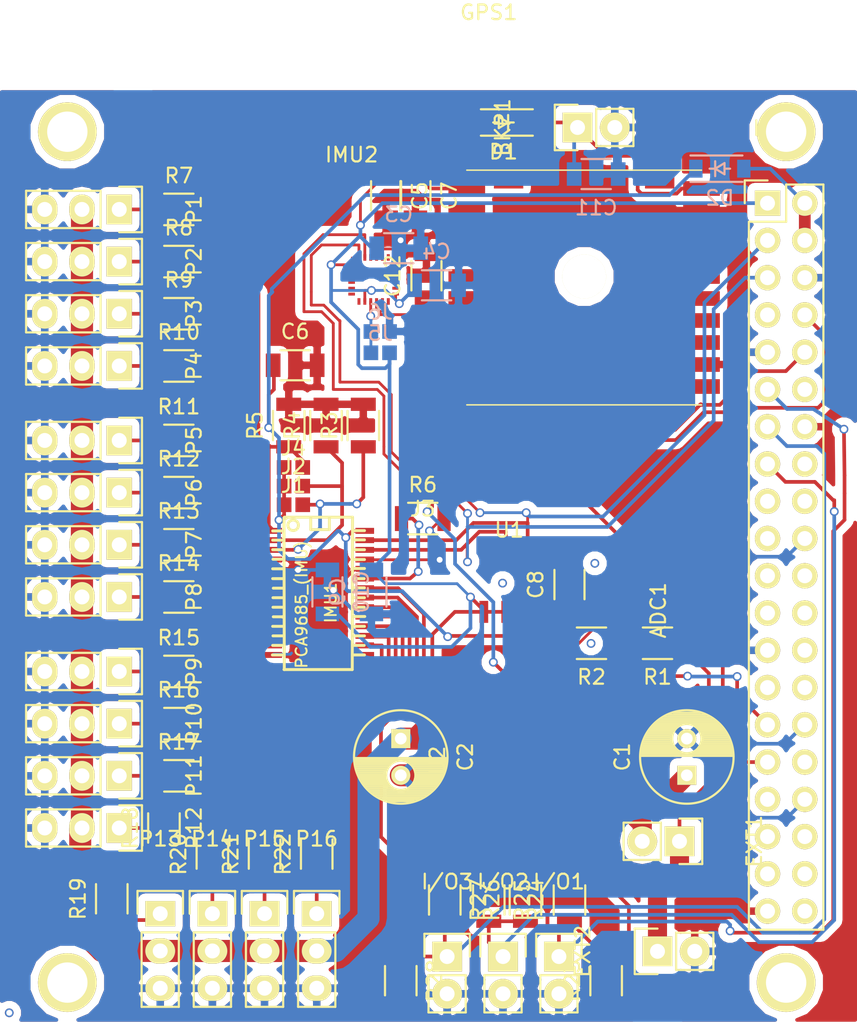
<source format=kicad_pcb>
(kicad_pcb (version 4) (host pcbnew 4.0.1-stable)
  (layers (0 F.Cu signal) (31 B.Cu signal) (34 B.Paste user) (35 F.Paste user) (36 B.SilkS user) (37 F.SilkS user) (38 B.Mask user) (39 F.Mask user) (44 Edge.Cuts user))
  (net 0 "")
  (net 1 "Net-(IMU1-Pad1)")
  (net 2 "Net-(IMU1-Pad2)")
  (net 3 "Net-(IMU1-Pad3)")
  (net 4 /PWM0)
  (net 5 /PWM1)
  (net 6 /PWM2)
  (net 7 /PWM3)
  (net 8 /PWM4)
  (net 9 /PWM5)
  (net 10 /PWM6)
  (net 11 /PWM10)
  (net 12 /PWM11)
  (net 13 /PWM12)
  (net 14 /PWM13)
  (net 15 /PWM14)
  (net 16 /PWM15)
  (net 17 "Net-(IMU1-Pad23)")
  (net 18 /PWM7)
  (net 19 /PWM9)
  (net 20 /PWM8)
  (net 21 "Net-(ADC1-Pad3)")
  (net 22 /RPI+3,3V)
  (net 23 /RPI+5V)
  (net 24 /+5-SERVO)
  (net 25 /GND-SERVO)
  (net 26 /RPI-SDA)
  (net 27 /RPI-SCL)
  (net 28 /RPI-GPIO6)
  (net 29 /RPI-TX)
  (net 30 /RPI-RX)
  (net 31 /RPI-GPIO17)
  (net 32 /RPI-GPIO27)
  (net 33 /RPI-GPIO22)
  (net 34 /RPI-GPIO5)
  (net 35 "Net-(IMU1-Pad6)")
  (net 36 "Net-(IMU1-Pad7)")
  (net 37 "Net-(IMU1-Pad8)")
  (net 38 "Net-(IMU1-Pad9)")
  (net 39 "Net-(IMU1-Pad10)")
  (net 40 "Net-(IMU1-Pad11)")
  (net 41 "Net-(IMU1-Pad12)")
  (net 42 "Net-(IMU1-Pad17)")
  (net 43 "Net-(IMU1-Pad18)")
  (net 44 "Net-(IMU1-Pad19)")
  (net 45 "Net-(IMU1-Pad20)")
  (net 46 "Net-(IMU1-Pad21)")
  (net 47 "Net-(IMU1-Pad22)")
  (net 48 "Net-(IMU1-Pad13)")
  (net 49 "Net-(IMU1-Pad16)")
  (net 50 "Net-(IMU1-Pad15)")
  (net 51 /EXT+)
  (net 52 "Net-(BKP1-Pad1)")
  (net 53 /EXT_TO_7805)
  (net 54 "Net-(C12-Pad1)")
  (net 55 "Net-(IMU2-Pad9)")
  (net 56 "Net-(D2-Pad2)")
  (module TSSOP28:TSSOIC28 (layer F.Cu) (at 128.397 85.09 270)
    (fp_text reference IMU1 (at 0.65024 -0.83312 270) (layer F.SilkS) (effects (font (size 0.762 0.762) (thickness 0.127))))
    (fp_text value "PCA9685_(IMU)" (at 0.77216 1.15824 270) (layer F.SilkS) (effects (font (size 0.762 0.762) (thickness 0.127))))
    (pad 1 smd rect (at -4.25196 3.12928 270) (size 0.4064 1.27) (layers F.Cu F.Paste F.Mask) (net 1 "Net-(IMU1-Pad1)"))
    (pad 2 smd rect (at -3.61696 3.12928 270) (size 0.4064 1.27) (layers F.Cu F.Paste F.Mask) (net 2 "Net-(IMU1-Pad2)"))
    (pad 3 smd rect (at -2.95656 3.12928 270) (size 0.4064 1.27) (layers F.Cu F.Paste F.Mask) (net 3 "Net-(IMU1-Pad3)"))
    (pad 4 smd rect (at -2.29616 3.12928 270) (size 0.4064 1.27) (layers F.Cu F.Paste F.Mask) (net 25 /GND-SERVO))
    (pad 5 smd rect (at -1.66116 3.12928 270) (size 0.4064 1.27) (layers F.Cu F.Paste F.Mask) (net 25 /GND-SERVO))
    (pad 6 smd rect (at -1.00076 3.12928 270) (size 0.4064 1.27) (layers F.Cu F.Paste F.Mask) (net 35 "Net-(IMU1-Pad6)"))
    (pad 7 smd rect (at -0.34036 3.12928 270) (size 0.4064 1.27) (layers F.Cu F.Paste F.Mask) (net 36 "Net-(IMU1-Pad7)"))
    (pad 8 smd rect (at 0.29464 3.12928 270) (size 0.4064 1.27) (layers F.Cu F.Paste F.Mask) (net 37 "Net-(IMU1-Pad8)"))
    (pad 9 smd rect (at 0.95504 3.12928 270) (size 0.4064 1.27) (layers F.Cu F.Paste F.Mask) (net 38 "Net-(IMU1-Pad9)"))
    (pad 10 smd rect (at 1.59004 3.12928 270) (size 0.4064 1.27) (layers F.Cu F.Paste F.Mask) (net 39 "Net-(IMU1-Pad10)"))
    (pad 11 smd rect (at 2.25044 3.12928 270) (size 0.4064 1.27) (layers F.Cu F.Paste F.Mask) (net 40 "Net-(IMU1-Pad11)"))
    (pad 12 smd rect (at 2.91084 3.12928 270) (size 0.4064 1.27) (layers F.Cu F.Paste F.Mask) (net 41 "Net-(IMU1-Pad12)"))
    (pad 17 smd rect (at 2.90576 -3.1496 270) (size 0.4064 1.27) (layers F.Cu F.Paste F.Mask) (net 42 "Net-(IMU1-Pad17)"))
    (pad 18 smd rect (at 2.25044 -3.1496 270) (size 0.4064 1.27) (layers F.Cu F.Paste F.Mask) (net 43 "Net-(IMU1-Pad18)"))
    (pad 19 smd rect (at 1.59004 -3.1496 270) (size 0.4064 1.27) (layers F.Cu F.Paste F.Mask) (net 44 "Net-(IMU1-Pad19)"))
    (pad 20 smd rect (at 0.95504 -3.1496 270) (size 0.4064 1.27) (layers F.Cu F.Paste F.Mask) (net 45 "Net-(IMU1-Pad20)"))
    (pad 21 smd rect (at 0.29464 -3.1496 270) (size 0.4064 1.27) (layers F.Cu F.Paste F.Mask) (net 46 "Net-(IMU1-Pad21)"))
    (pad 22 smd rect (at -0.34036 -3.1496 270) (size 0.4064 1.27) (layers F.Cu F.Paste F.Mask) (net 47 "Net-(IMU1-Pad22)"))
    (pad 23 smd rect (at -1.00076 -3.1496 270) (size 0.4064 1.27) (layers F.Cu F.Paste F.Mask) (net 17 "Net-(IMU1-Pad23)"))
    (pad 24 smd rect (at -1.66116 -3.1496 270) (size 0.4064 1.27) (layers F.Cu F.Paste F.Mask) (net 25 /GND-SERVO))
    (pad 25 smd rect (at -2.29616 -3.1496 270) (size 0.4064 1.27) (layers F.Cu F.Paste F.Mask) (net 25 /GND-SERVO))
    (pad 26 smd rect (at -2.95656 -3.1496 270) (size 0.4064 1.27) (layers F.Cu F.Paste F.Mask) (net 27 /RPI-SCL))
    (pad 27 smd rect (at -3.61696 -3.1496 270) (size 0.4064 1.27) (layers F.Cu F.Paste F.Mask) (net 26 /RPI-SDA))
    (pad 28 smd rect (at -4.25196 -3.1496 270) (size 0.4064 1.27) (layers F.Cu F.Paste F.Mask) (net 23 /RPI+5V))
    (pad 13 smd rect (at 3.556 3.12928 270) (size 0.4064 1.27) (layers F.Cu F.Paste F.Mask) (net 48 "Net-(IMU1-Pad13)"))
    (pad 14 smd rect (at 4.20624 3.12928 270) (size 0.4064 1.27) (layers F.Cu F.Paste F.Mask) (net 25 /GND-SERVO))
    (pad 16 smd rect (at 3.556 -3.1496 270) (size 0.4064 1.27) (layers F.Cu F.Paste F.Mask) (net 49 "Net-(IMU1-Pad16)"))
    (pad 15 smd rect (at 4.20624 -3.1496 270) (size 0.4064 1.27) (layers F.Cu F.Paste F.Mask) (net 50 "Net-(IMU1-Pad15)"))
  )
  (module TSSOP28:SOT23A (layer F.Cu) (at 148 86 270)
    (fp_text reference ADC1 (at 0.254 -3.556 270) (layer F.SilkS))
    (fp_text value MCP3021)
    (pad 1 smd rect (at 0 0 270) (size 1 0.5) (layers F.Cu F.Paste F.Mask) (net 23 /RPI+5V))
    (pad 2 smd rect (at 0 -1.27 270) (size 1 0.5) (layers F.Cu F.Paste F.Mask) (net 25 /GND-SERVO))
    (pad 3 smd rect (at 0 -2.54 270) (size 1 0.5) (layers F.Cu F.Paste F.Mask) (net 21 "Net-(ADC1-Pad3)"))
    (pad 4 smd rect (at -1.27 -2.54 270) (size 1 0.5) (layers F.Cu F.Paste F.Mask) (net 26 /RPI-SDA))
    (pad 5 smd rect (at -1.27 0 270) (size 1 0.5) (layers F.Cu F.Paste F.Mask) (net 27 /RPI-SCL))
  )
  (module TSSOP28:RPI2-HEAD (layer F.Cu) (at 159 58.5)
    (fp_text reference H1 (at 0 -5.1) (layer F.SilkS))
    (fp_text value RPI2_GPIO_Head)
    (pad 1 thru_hole rect (at 0 0) (size 1.7272 1.7272) (drill 1.016) (layers *.Cu *.Mask F.SilkS) (net 22 /RPI+3,3V))
    (pad 2 thru_hole oval (at 2.54 0) (size 1.7272 1.7272) (drill 1.016) (layers *.Cu *.Mask F.SilkS) (net 56 "Net-(D2-Pad2)"))
    (pad 3 thru_hole oval (at 0 2.54) (size 1.7272 1.7272) (drill 1.016) (layers *.Cu *.Mask F.SilkS) (net 26 /RPI-SDA))
    (pad 4 thru_hole oval (at 2.54 2.54) (size 1.7272 1.7272) (drill 1.016) (layers *.Cu *.Mask F.SilkS) (net 56 "Net-(D2-Pad2)"))
    (pad 5 thru_hole oval (at 0 5.08) (size 1.7272 1.7272) (drill 1.016) (layers *.Cu *.Mask F.SilkS) (net 27 /RPI-SCL))
    (pad 6 thru_hole oval (at 2.54 5.08) (size 1.7272 1.7272) (drill 1.016) (layers *.Cu *.Mask F.SilkS) (net 25 /GND-SERVO))
    (pad 7 thru_hole oval (at 0 7.62) (size 1.7272 1.7272) (drill 1.016) (layers *.Cu *.Mask F.SilkS))
    (pad 8 thru_hole oval (at 2.54 7.62) (size 1.7272 1.7272) (drill 1.016) (layers *.Cu *.Mask F.SilkS) (net 29 /RPI-TX))
    (pad 9 thru_hole oval (at 0 10.16) (size 1.7272 1.7272) (drill 1.016) (layers *.Cu *.Mask F.SilkS) (net 25 /GND-SERVO))
    (pad 10 thru_hole oval (at 2.54 10.16) (size 1.7272 1.7272) (drill 1.016) (layers *.Cu *.Mask F.SilkS) (net 30 /RPI-RX))
    (pad 11 thru_hole oval (at 0 12.7) (size 1.7272 1.7272) (drill 1.016) (layers *.Cu *.Mask F.SilkS) (net 31 /RPI-GPIO17))
    (pad 12 thru_hole oval (at 2.54 12.7) (size 1.7272 1.7272) (drill 1.016) (layers *.Cu *.Mask F.SilkS))
    (pad 13 thru_hole oval (at 0 15.24) (size 1.7272 1.7272) (drill 1.016) (layers *.Cu *.Mask F.SilkS) (net 32 /RPI-GPIO27))
    (pad 14 thru_hole oval (at 2.54 15.24) (size 1.7272 1.7272) (drill 1.016) (layers *.Cu *.Mask F.SilkS) (net 25 /GND-SERVO))
    (pad 15 thru_hole oval (at 0 17.78) (size 1.7272 1.7272) (drill 1.016) (layers *.Cu *.Mask F.SilkS) (net 33 /RPI-GPIO22))
    (pad 16 thru_hole oval (at 2.54 17.78) (size 1.7272 1.7272) (drill 1.016) (layers *.Cu *.Mask F.SilkS))
    (pad 17 thru_hole oval (at 0 20.32) (size 1.7272 1.7272) (drill 1.016) (layers *.Cu *.Mask F.SilkS))
    (pad 18 thru_hole oval (at 2.54 20.32) (size 1.7272 1.7272) (drill 1.016) (layers *.Cu *.Mask F.SilkS))
    (pad 19 thru_hole oval (at 0 22.86) (size 1.7272 1.7272) (drill 1.016) (layers *.Cu *.Mask F.SilkS))
    (pad 20 thru_hole oval (at 2.54 22.86) (size 1.7272 1.7272) (drill 1.016) (layers *.Cu *.Mask F.SilkS) (net 25 /GND-SERVO))
    (pad 21 thru_hole oval (at 0 25.4) (size 1.7272 1.7272) (drill 1.016) (layers *.Cu *.Mask F.SilkS))
    (pad 22 thru_hole oval (at 2.54 25.4) (size 1.7272 1.7272) (drill 1.016) (layers *.Cu *.Mask F.SilkS))
    (pad 23 thru_hole oval (at 0 27.94) (size 1.7272 1.7272) (drill 1.016) (layers *.Cu *.Mask F.SilkS))
    (pad 24 thru_hole oval (at 2.54 27.94) (size 1.7272 1.7272) (drill 1.016) (layers *.Cu *.Mask F.SilkS))
    (pad 25 thru_hole oval (at 0 30.48) (size 1.7272 1.7272) (drill 1.016) (layers *.Cu *.Mask F.SilkS) (net 25 /GND-SERVO))
    (pad 26 thru_hole oval (at 2.54 30.48) (size 1.7272 1.7272) (drill 1.016) (layers *.Cu *.Mask F.SilkS))
    (pad 27 thru_hole oval (at 0 33.02) (size 1.7272 1.7272) (drill 1.016) (layers *.Cu *.Mask F.SilkS))
    (pad 28 thru_hole oval (at 2.54 33.02) (size 1.7272 1.7272) (drill 1.016) (layers *.Cu *.Mask F.SilkS))
    (pad 29 thru_hole oval (at 0 35.56) (size 1.7272 1.7272) (drill 1.016) (layers *.Cu *.Mask F.SilkS) (net 34 /RPI-GPIO5))
    (pad 30 thru_hole oval (at 2.54 35.56) (size 1.7272 1.7272) (drill 1.016) (layers *.Cu *.Mask F.SilkS) (net 25 /GND-SERVO))
    (pad 31 thru_hole oval (at 0 38.1) (size 1.7272 1.7272) (drill 1.016) (layers *.Cu *.Mask F.SilkS) (net 28 /RPI-GPIO6))
    (pad 32 thru_hole oval (at 2.54 38.1) (size 1.7272 1.7272) (drill 1.016) (layers *.Cu *.Mask F.SilkS))
    (pad 33 thru_hole oval (at 0 40.64) (size 1.7272 1.7272) (drill 1.016) (layers *.Cu *.Mask F.SilkS))
    (pad 34 thru_hole oval (at 2.54 40.64) (size 1.7272 1.7272) (drill 1.016) (layers *.Cu *.Mask F.SilkS) (net 25 /GND-SERVO))
    (pad 35 thru_hole oval (at 0 43.18) (size 1.7272 1.7272) (drill 1.016) (layers *.Cu *.Mask F.SilkS))
    (pad 36 thru_hole oval (at 2.54 43.18) (size 1.7272 1.7272) (drill 1.016) (layers *.Cu *.Mask F.SilkS))
    (pad 37 thru_hole oval (at 0 45.72) (size 1.7272 1.7272) (drill 1.016) (layers *.Cu *.Mask F.SilkS))
    (pad 38 thru_hole oval (at 2.54 45.72) (size 1.7272 1.7272) (drill 1.016) (layers *.Cu *.Mask F.SilkS))
    (pad 39 thru_hole oval (at 0 48.26) (size 1.7272 1.7272) (drill 1.016) (layers *.Cu *.Mask F.SilkS) (net 25 /GND-SERVO))
    (pad 40 thru_hole oval (at 2.54 48.26) (size 1.7272 1.7272) (drill 1.016) (layers *.Cu *.Mask F.SilkS))
    (pad "" np_thru_hole circle (at 1.27 53.13) (size 4 4) (drill 2.75) (layers *.Cu *.Mask F.SilkS))
    (pad "" np_thru_hole circle (at 1.27 -4.87) (size 4 4) (drill 2.75) (layers *.Cu *.Mask F.SilkS))
    (pad "" np_thru_hole circle (at -47.73 -4.87) (size 4 4) (drill 2.75) (layers *.Cu *.Mask F.SilkS))
    (pad "" np_thru_hole circle (at -47.73 53.13) (size 4 4) (drill 2.75) (layers *.Cu *.Mask F.SilkS))
  )
  (module Pin_Headers:Pin_Header_Straight_1x03 (layer F.Cu) (at 114.808 58.928 270)
    (fp_text reference P1 (at 0 -5.1 270) (layer F.SilkS))
    (fp_text value CONN_01X03)
    (pad 1 thru_hole rect (at 0 0 270) (size 2.032 1.7272) (drill 1.016) (layers *.Cu *.Mask F.SilkS) (net 4 /PWM0))
    (pad 2 thru_hole oval (at 0 2.54 270) (size 2.032 1.7272) (drill 1.016) (layers *.Cu *.Mask F.SilkS) (net 24 /+5-SERVO))
    (pad 3 thru_hole oval (at 0 5.08 270) (size 2.032 1.7272) (drill 1.016) (layers *.Cu *.Mask F.SilkS) (net 25 /GND-SERVO))
  )
  (module Pin_Headers:Pin_Header_Straight_1x03 (layer F.Cu) (at 114.808 62.484 270)
    (fp_text reference P2 (at 0 -5.1 270) (layer F.SilkS))
    (fp_text value CONN_01X03)
    (pad 1 thru_hole rect (at 0 0 270) (size 2.032 1.7272) (drill 1.016) (layers *.Cu *.Mask F.SilkS) (net 5 /PWM1))
    (pad 2 thru_hole oval (at 0 2.54 270) (size 2.032 1.7272) (drill 1.016) (layers *.Cu *.Mask F.SilkS) (net 24 /+5-SERVO))
    (pad 3 thru_hole oval (at 0 5.08 270) (size 2.032 1.7272) (drill 1.016) (layers *.Cu *.Mask F.SilkS) (net 25 /GND-SERVO))
  )
  (module Pin_Headers:Pin_Header_Straight_1x03 (layer F.Cu) (at 114.808 66.04 270)
    (fp_text reference P3 (at 0 -5.1 270) (layer F.SilkS))
    (fp_text value CONN_01X03)
    (pad 1 thru_hole rect (at 0 0 270) (size 2.032 1.7272) (drill 1.016) (layers *.Cu *.Mask F.SilkS) (net 6 /PWM2))
    (pad 2 thru_hole oval (at 0 2.54 270) (size 2.032 1.7272) (drill 1.016) (layers *.Cu *.Mask F.SilkS) (net 24 /+5-SERVO))
    (pad 3 thru_hole oval (at 0 5.08 270) (size 2.032 1.7272) (drill 1.016) (layers *.Cu *.Mask F.SilkS) (net 25 /GND-SERVO))
  )
  (module Pin_Headers:Pin_Header_Straight_1x03 (layer F.Cu) (at 114.808 69.596 270)
    (fp_text reference P4 (at 0 -5.1 270) (layer F.SilkS))
    (fp_text value CONN_01X03)
    (pad 1 thru_hole rect (at 0 0 270) (size 2.032 1.7272) (drill 1.016) (layers *.Cu *.Mask F.SilkS) (net 7 /PWM3))
    (pad 2 thru_hole oval (at 0 2.54 270) (size 2.032 1.7272) (drill 1.016) (layers *.Cu *.Mask F.SilkS) (net 24 /+5-SERVO))
    (pad 3 thru_hole oval (at 0 5.08 270) (size 2.032 1.7272) (drill 1.016) (layers *.Cu *.Mask F.SilkS) (net 25 /GND-SERVO))
  )
  (module Pin_Headers:Pin_Header_Straight_1x03 (layer F.Cu) (at 114.808 74.676 270)
    (fp_text reference P5 (at 0 -5.1 270) (layer F.SilkS))
    (fp_text value CONN_01X03)
    (pad 1 thru_hole rect (at 0 0 270) (size 2.032 1.7272) (drill 1.016) (layers *.Cu *.Mask F.SilkS) (net 8 /PWM4))
    (pad 2 thru_hole oval (at 0 2.54 270) (size 2.032 1.7272) (drill 1.016) (layers *.Cu *.Mask F.SilkS) (net 24 /+5-SERVO))
    (pad 3 thru_hole oval (at 0 5.08 270) (size 2.032 1.7272) (drill 1.016) (layers *.Cu *.Mask F.SilkS) (net 25 /GND-SERVO))
  )
  (module Pin_Headers:Pin_Header_Straight_1x03 (layer F.Cu) (at 114.808 78.232 270)
    (fp_text reference P6 (at 0 -5.1 270) (layer F.SilkS))
    (fp_text value CONN_01X03)
    (pad 1 thru_hole rect (at 0 0 270) (size 2.032 1.7272) (drill 1.016) (layers *.Cu *.Mask F.SilkS) (net 9 /PWM5))
    (pad 2 thru_hole oval (at 0 2.54 270) (size 2.032 1.7272) (drill 1.016) (layers *.Cu *.Mask F.SilkS) (net 24 /+5-SERVO))
    (pad 3 thru_hole oval (at 0 5.08 270) (size 2.032 1.7272) (drill 1.016) (layers *.Cu *.Mask F.SilkS) (net 25 /GND-SERVO))
  )
  (module Pin_Headers:Pin_Header_Straight_1x03 (layer F.Cu) (at 114.808 81.788 270)
    (fp_text reference P7 (at 0 -5.1 270) (layer F.SilkS))
    (fp_text value CONN_01X03)
    (pad 1 thru_hole rect (at 0 0 270) (size 2.032 1.7272) (drill 1.016) (layers *.Cu *.Mask F.SilkS) (net 10 /PWM6))
    (pad 2 thru_hole oval (at 0 2.54 270) (size 2.032 1.7272) (drill 1.016) (layers *.Cu *.Mask F.SilkS) (net 24 /+5-SERVO))
    (pad 3 thru_hole oval (at 0 5.08 270) (size 2.032 1.7272) (drill 1.016) (layers *.Cu *.Mask F.SilkS) (net 25 /GND-SERVO))
  )
  (module Pin_Headers:Pin_Header_Straight_1x03 (layer F.Cu) (at 114.808 85.344 270)
    (fp_text reference P8 (at 0 -5.1 270) (layer F.SilkS))
    (fp_text value CONN_01X03)
    (pad 1 thru_hole rect (at 0 0 270) (size 2.032 1.7272) (drill 1.016) (layers *.Cu *.Mask F.SilkS) (net 18 /PWM7))
    (pad 2 thru_hole oval (at 0 2.54 270) (size 2.032 1.7272) (drill 1.016) (layers *.Cu *.Mask F.SilkS) (net 24 /+5-SERVO))
    (pad 3 thru_hole oval (at 0 5.08 270) (size 2.032 1.7272) (drill 1.016) (layers *.Cu *.Mask F.SilkS) (net 25 /GND-SERVO))
  )
  (module Pin_Headers:Pin_Header_Straight_1x03 (layer F.Cu) (at 114.808 90.424 270)
    (fp_text reference P9 (at 0 -5.1 270) (layer F.SilkS))
    (fp_text value CONN_01X03)
    (pad 1 thru_hole rect (at 0 0 270) (size 2.032 1.7272) (drill 1.016) (layers *.Cu *.Mask F.SilkS) (net 20 /PWM8))
    (pad 2 thru_hole oval (at 0 2.54 270) (size 2.032 1.7272) (drill 1.016) (layers *.Cu *.Mask F.SilkS) (net 24 /+5-SERVO))
    (pad 3 thru_hole oval (at 0 5.08 270) (size 2.032 1.7272) (drill 1.016) (layers *.Cu *.Mask F.SilkS) (net 25 /GND-SERVO))
  )
  (module Pin_Headers:Pin_Header_Straight_1x03 (layer F.Cu) (at 114.808 93.98 270)
    (fp_text reference P10 (at 0 -5.1 270) (layer F.SilkS))
    (fp_text value CONN_01X03)
    (pad 1 thru_hole rect (at 0 0 270) (size 2.032 1.7272) (drill 1.016) (layers *.Cu *.Mask F.SilkS) (net 19 /PWM9))
    (pad 2 thru_hole oval (at 0 2.54 270) (size 2.032 1.7272) (drill 1.016) (layers *.Cu *.Mask F.SilkS) (net 24 /+5-SERVO))
    (pad 3 thru_hole oval (at 0 5.08 270) (size 2.032 1.7272) (drill 1.016) (layers *.Cu *.Mask F.SilkS) (net 25 /GND-SERVO))
  )
  (module Pin_Headers:Pin_Header_Straight_1x03 (layer F.Cu) (at 114.808 97.536 270)
    (fp_text reference P11 (at 0 -5.1 270) (layer F.SilkS))
    (fp_text value CONN_01X03)
    (pad 1 thru_hole rect (at 0 0 270) (size 2.032 1.7272) (drill 1.016) (layers *.Cu *.Mask F.SilkS) (net 11 /PWM10))
    (pad 2 thru_hole oval (at 0 2.54 270) (size 2.032 1.7272) (drill 1.016) (layers *.Cu *.Mask F.SilkS) (net 24 /+5-SERVO))
    (pad 3 thru_hole oval (at 0 5.08 270) (size 2.032 1.7272) (drill 1.016) (layers *.Cu *.Mask F.SilkS) (net 25 /GND-SERVO))
  )
  (module Pin_Headers:Pin_Header_Straight_1x03 (layer F.Cu) (at 114.808 101.092 270)
    (fp_text reference P12 (at 0 -5.1 270) (layer F.SilkS))
    (fp_text value CONN_01X03)
    (pad 1 thru_hole rect (at 0 0 270) (size 2.032 1.7272) (drill 1.016) (layers *.Cu *.Mask F.SilkS) (net 12 /PWM11))
    (pad 2 thru_hole oval (at 0 2.54 270) (size 2.032 1.7272) (drill 1.016) (layers *.Cu *.Mask F.SilkS) (net 24 /+5-SERVO))
    (pad 3 thru_hole oval (at 0 5.08 270) (size 2.032 1.7272) (drill 1.016) (layers *.Cu *.Mask F.SilkS) (net 25 /GND-SERVO))
  )
  (module Pin_Headers:Pin_Header_Straight_1x03 (layer F.Cu) (at 117.602 106.934)
    (fp_text reference P13 (at 0 -5.1) (layer F.SilkS))
    (fp_text value CONN_01X03)
    (pad 1 thru_hole rect (at 0 0) (size 2.032 1.7272) (drill 1.016) (layers *.Cu *.Mask F.SilkS) (net 13 /PWM12))
    (pad 2 thru_hole oval (at 0 2.54) (size 2.032 1.7272) (drill 1.016) (layers *.Cu *.Mask F.SilkS) (net 24 /+5-SERVO))
    (pad 3 thru_hole oval (at 0 5.08) (size 2.032 1.7272) (drill 1.016) (layers *.Cu *.Mask F.SilkS) (net 25 /GND-SERVO))
  )
  (module Pin_Headers:Pin_Header_Straight_1x03 (layer F.Cu) (at 121.158 106.934)
    (fp_text reference P14 (at 0 -5.1) (layer F.SilkS))
    (fp_text value CONN_01X03)
    (pad 1 thru_hole rect (at 0 0) (size 2.032 1.7272) (drill 1.016) (layers *.Cu *.Mask F.SilkS) (net 14 /PWM13))
    (pad 2 thru_hole oval (at 0 2.54) (size 2.032 1.7272) (drill 1.016) (layers *.Cu *.Mask F.SilkS) (net 24 /+5-SERVO))
    (pad 3 thru_hole oval (at 0 5.08) (size 2.032 1.7272) (drill 1.016) (layers *.Cu *.Mask F.SilkS) (net 25 /GND-SERVO))
  )
  (module Pin_Headers:Pin_Header_Straight_1x03 (layer F.Cu) (at 124.714 106.934)
    (fp_text reference P15 (at 0 -5.1) (layer F.SilkS))
    (fp_text value CONN_01X03)
    (pad 1 thru_hole rect (at 0 0) (size 2.032 1.7272) (drill 1.016) (layers *.Cu *.Mask F.SilkS) (net 15 /PWM14))
    (pad 2 thru_hole oval (at 0 2.54) (size 2.032 1.7272) (drill 1.016) (layers *.Cu *.Mask F.SilkS) (net 24 /+5-SERVO))
    (pad 3 thru_hole oval (at 0 5.08) (size 2.032 1.7272) (drill 1.016) (layers *.Cu *.Mask F.SilkS) (net 25 /GND-SERVO))
  )
  (module Pin_Headers:Pin_Header_Straight_1x03 (layer F.Cu) (at 128.27 106.934)
    (fp_text reference P16 (at 0 -5.1) (layer F.SilkS))
    (fp_text value CONN_01X03)
    (pad 1 thru_hole rect (at 0 0) (size 2.032 1.7272) (drill 1.016) (layers *.Cu *.Mask F.SilkS) (net 16 /PWM15))
    (pad 2 thru_hole oval (at 0 2.54) (size 2.032 1.7272) (drill 1.016) (layers *.Cu *.Mask F.SilkS) (net 24 /+5-SERVO))
    (pad 3 thru_hole oval (at 0 5.08) (size 2.032 1.7272) (drill 1.016) (layers *.Cu *.Mask F.SilkS) (net 25 /GND-SERVO))
  )
  (module TSSOP28:BMP180 (layer F.Cu) (at 142.66 85.86)
    (fp_text reference U1 (at -1.27 -5.08) (layer F.SilkS))
    (fp_text value BMP180-barometr)
    (pad 1 smd rect (at 0 0.5) (size 0.6 1.5) (layers F.Cu F.Paste F.Mask))
    (pad 2 smd rect (at -1.5 0.5) (size 0.6 1.5) (layers F.Cu F.Paste F.Mask) (net 22 /RPI+3,3V))
    (pad 3 smd rect (at -3 0.5) (size 0.6 1.5) (layers F.Cu F.Paste F.Mask) (net 22 /RPI+3,3V))
    (pad 4 smd rect (at -3 -3.4) (size 0.6 1.5) (layers F.Cu F.Paste F.Mask))
    (pad 5 smd rect (at -1.5 -3.4) (size 0.6 1.5) (layers F.Cu F.Paste F.Mask) (net 27 /RPI-SCL))
    (pad 6 smd rect (at 0 -3.4) (size 0.6 1.5) (layers F.Cu F.Paste F.Mask) (net 26 /RPI-SDA))
    (pad 7 smd rect (at 0.5 -1.45) (size 1.5 0.6) (layers F.Cu F.Paste F.Mask) (net 25 /GND-SERVO))
  )
  (module Resistors_SMD:R_1206 (layer F.Cu) (at 151.5 88.5 180)
    (fp_text reference R1 (at 0 -2.3 180) (layer F.SilkS))
    (fp_text value R)
    (pad 1 smd rect (at -1.45 0 180) (size 0.9 1.7) (layers F.Cu F.Paste F.Mask) (net 51 /EXT+))
    (pad 2 smd rect (at 1.45 0 180) (size 0.9 1.7) (layers F.Cu F.Paste F.Mask) (net 21 "Net-(ADC1-Pad3)"))
  )
  (module Resistors_SMD:R_1206 (layer F.Cu) (at 131.445 73.66 90)
    (fp_text reference R3 (at 0 -2.3 90) (layer F.SilkS))
    (fp_text value R)
    (pad 1 smd rect (at -1.45 0 90) (size 0.9 1.7) (layers F.Cu F.Paste F.Mask) (net 3 "Net-(IMU1-Pad3)"))
    (pad 2 smd rect (at 1.45 0 90) (size 0.9 1.7) (layers F.Cu F.Paste F.Mask) (net 25 /GND-SERVO))
  )
  (module Resistors_SMD:R_1206 (layer F.Cu) (at 128.905 73.66 90)
    (fp_text reference R4 (at 0 -2.3 90) (layer F.SilkS))
    (fp_text value R)
    (pad 1 smd rect (at -1.45 0 90) (size 0.9 1.7) (layers F.Cu F.Paste F.Mask) (net 2 "Net-(IMU1-Pad2)"))
    (pad 2 smd rect (at 1.45 0 90) (size 0.9 1.7) (layers F.Cu F.Paste F.Mask) (net 25 /GND-SERVO))
  )
  (module Resistors_SMD:R_1206 (layer F.Cu) (at 126.365 73.66 90)
    (fp_text reference R5 (at 0 -2.3 90) (layer F.SilkS))
    (fp_text value R)
    (pad 1 smd rect (at -1.45 0 90) (size 0.9 1.7) (layers F.Cu F.Paste F.Mask) (net 1 "Net-(IMU1-Pad1)"))
    (pad 2 smd rect (at 1.45 0 90) (size 0.9 1.7) (layers F.Cu F.Paste F.Mask) (net 25 /GND-SERVO))
  )
  (module Resistors_SMD:R_1206 (layer F.Cu) (at 135.5 80)
    (fp_text reference R6 (at 0 -2.3) (layer F.SilkS))
    (fp_text value R)
    (pad 1 smd rect (at -1.45 0) (size 0.9 1.7) (layers F.Cu F.Paste F.Mask) (net 17 "Net-(IMU1-Pad23)"))
    (pad 2 smd rect (at 1.45 0) (size 0.9 1.7) (layers F.Cu F.Paste F.Mask) (net 25 /GND-SERVO))
  )
  (module Resistors_SMD:R_1206 (layer F.Cu) (at 118.872 58.928)
    (fp_text reference R7 (at 0 -2.3) (layer F.SilkS))
    (fp_text value 220R)
    (pad 1 smd rect (at -1.45 0) (size 0.9 1.7) (layers F.Cu F.Paste F.Mask) (net 4 /PWM0))
    (pad 2 smd rect (at 1.45 0) (size 0.9 1.7) (layers F.Cu F.Paste F.Mask) (net 35 "Net-(IMU1-Pad6)"))
  )
  (module Resistors_SMD:R_1206 (layer F.Cu) (at 118.872 62.484)
    (fp_text reference R8 (at 0 -2.3) (layer F.SilkS))
    (fp_text value 220R)
    (pad 1 smd rect (at -1.45 0) (size 0.9 1.7) (layers F.Cu F.Paste F.Mask) (net 5 /PWM1))
    (pad 2 smd rect (at 1.45 0) (size 0.9 1.7) (layers F.Cu F.Paste F.Mask) (net 36 "Net-(IMU1-Pad7)"))
  )
  (module Resistors_SMD:R_1206 (layer F.Cu) (at 118.872 66.04)
    (fp_text reference R9 (at 0 -2.3) (layer F.SilkS))
    (fp_text value 220R)
    (pad 1 smd rect (at -1.45 0) (size 0.9 1.7) (layers F.Cu F.Paste F.Mask) (net 6 /PWM2))
    (pad 2 smd rect (at 1.45 0) (size 0.9 1.7) (layers F.Cu F.Paste F.Mask) (net 37 "Net-(IMU1-Pad8)"))
  )
  (module Resistors_SMD:R_1206 (layer F.Cu) (at 118.872 69.596)
    (fp_text reference R10 (at 0 -2.3) (layer F.SilkS))
    (fp_text value 220R)
    (pad 1 smd rect (at -1.45 0) (size 0.9 1.7) (layers F.Cu F.Paste F.Mask) (net 7 /PWM3))
    (pad 2 smd rect (at 1.45 0) (size 0.9 1.7) (layers F.Cu F.Paste F.Mask) (net 38 "Net-(IMU1-Pad9)"))
  )
  (module Resistors_SMD:R_1206 (layer F.Cu) (at 118.872 74.676)
    (fp_text reference R11 (at 0 -2.3) (layer F.SilkS))
    (fp_text value 220R)
    (pad 1 smd rect (at -1.45 0) (size 0.9 1.7) (layers F.Cu F.Paste F.Mask) (net 8 /PWM4))
    (pad 2 smd rect (at 1.45 0) (size 0.9 1.7) (layers F.Cu F.Paste F.Mask) (net 39 "Net-(IMU1-Pad10)"))
  )
  (module Resistors_SMD:R_1206 (layer F.Cu) (at 118.872 78.232)
    (fp_text reference R12 (at 0 -2.3) (layer F.SilkS))
    (fp_text value 220R)
    (pad 1 smd rect (at -1.45 0) (size 0.9 1.7) (layers F.Cu F.Paste F.Mask) (net 9 /PWM5))
    (pad 2 smd rect (at 1.45 0) (size 0.9 1.7) (layers F.Cu F.Paste F.Mask) (net 40 "Net-(IMU1-Pad11)"))
  )
  (module Resistors_SMD:R_1206 (layer F.Cu) (at 118.872 81.788)
    (fp_text reference R13 (at 0 -2.3) (layer F.SilkS))
    (fp_text value 220R)
    (pad 1 smd rect (at -1.45 0) (size 0.9 1.7) (layers F.Cu F.Paste F.Mask) (net 10 /PWM6))
    (pad 2 smd rect (at 1.45 0) (size 0.9 1.7) (layers F.Cu F.Paste F.Mask) (net 41 "Net-(IMU1-Pad12)"))
  )
  (module Resistors_SMD:R_1206 (layer F.Cu) (at 118.872 85.344)
    (fp_text reference R14 (at 0 -2.3) (layer F.SilkS))
    (fp_text value 220R)
    (pad 1 smd rect (at -1.45 0) (size 0.9 1.7) (layers F.Cu F.Paste F.Mask) (net 18 /PWM7))
    (pad 2 smd rect (at 1.45 0) (size 0.9 1.7) (layers F.Cu F.Paste F.Mask) (net 48 "Net-(IMU1-Pad13)"))
  )
  (module Resistors_SMD:R_1206 (layer F.Cu) (at 118.872 90.424)
    (fp_text reference R15 (at 0 -2.3) (layer F.SilkS))
    (fp_text value 220R)
    (pad 1 smd rect (at -1.45 0) (size 0.9 1.7) (layers F.Cu F.Paste F.Mask) (net 20 /PWM8))
    (pad 2 smd rect (at 1.45 0) (size 0.9 1.7) (layers F.Cu F.Paste F.Mask) (net 50 "Net-(IMU1-Pad15)"))
  )
  (module Resistors_SMD:R_1206 (layer F.Cu) (at 118.872 93.98)
    (fp_text reference R16 (at 0 -2.3) (layer F.SilkS))
    (fp_text value 220R)
    (pad 1 smd rect (at -1.45 0) (size 0.9 1.7) (layers F.Cu F.Paste F.Mask) (net 19 /PWM9))
    (pad 2 smd rect (at 1.45 0) (size 0.9 1.7) (layers F.Cu F.Paste F.Mask) (net 49 "Net-(IMU1-Pad16)"))
  )
  (module Resistors_SMD:R_1206 (layer F.Cu) (at 118.872 97.536)
    (fp_text reference R17 (at 0 -2.3) (layer F.SilkS))
    (fp_text value 220R)
    (pad 1 smd rect (at -1.45 0) (size 0.9 1.7) (layers F.Cu F.Paste F.Mask) (net 11 /PWM10))
    (pad 2 smd rect (at 1.45 0) (size 0.9 1.7) (layers F.Cu F.Paste F.Mask) (net 42 "Net-(IMU1-Pad17)"))
  )
  (module Resistors_SMD:R_1206 (layer F.Cu) (at 117.856 101.092 90)
    (fp_text reference R18 (at 0 -2.3 90) (layer F.SilkS))
    (fp_text value 220R)
    (pad 1 smd rect (at -1.45 0 90) (size 0.9 1.7) (layers F.Cu F.Paste F.Mask) (net 12 /PWM11))
    (pad 2 smd rect (at 1.45 0 90) (size 0.9 1.7) (layers F.Cu F.Paste F.Mask) (net 43 "Net-(IMU1-Pad18)"))
  )
  (module Resistors_SMD:R_1206 (layer F.Cu) (at 114.3 105.918 90)
    (fp_text reference R19 (at 0 -2.3 90) (layer F.SilkS))
    (fp_text value 220R)
    (pad 1 smd rect (at -1.45 0 90) (size 0.9 1.7) (layers F.Cu F.Paste F.Mask) (net 13 /PWM12))
    (pad 2 smd rect (at 1.45 0 90) (size 0.9 1.7) (layers F.Cu F.Paste F.Mask) (net 44 "Net-(IMU1-Pad19)"))
  )
  (module Resistors_SMD:R_1206 (layer F.Cu) (at 121.158 102.87 90)
    (fp_text reference R20 (at 0 -2.3 90) (layer F.SilkS))
    (fp_text value 220R)
    (pad 1 smd rect (at -1.45 0 90) (size 0.9 1.7) (layers F.Cu F.Paste F.Mask) (net 14 /PWM13))
    (pad 2 smd rect (at 1.45 0 90) (size 0.9 1.7) (layers F.Cu F.Paste F.Mask) (net 45 "Net-(IMU1-Pad20)"))
  )
  (module Resistors_SMD:R_1206 (layer F.Cu) (at 124.714 102.87 90)
    (fp_text reference R21 (at 0 -2.3 90) (layer F.SilkS))
    (fp_text value 220R)
    (pad 1 smd rect (at -1.45 0 90) (size 0.9 1.7) (layers F.Cu F.Paste F.Mask) (net 15 /PWM14))
    (pad 2 smd rect (at 1.45 0 90) (size 0.9 1.7) (layers F.Cu F.Paste F.Mask) (net 46 "Net-(IMU1-Pad21)"))
  )
  (module Resistors_SMD:R_1206 (layer F.Cu) (at 128.27 102.87 90)
    (fp_text reference R22 (at 0 -2.3 90) (layer F.SilkS))
    (fp_text value 220R)
    (pad 1 smd rect (at -1.45 0 90) (size 0.9 1.7) (layers F.Cu F.Paste F.Mask) (net 16 /PWM15))
    (pad 2 smd rect (at 1.45 0 90) (size 0.9 1.7) (layers F.Cu F.Paste F.Mask) (net 47 "Net-(IMU1-Pad22)"))
  )
  (module Resistors_SMD:R_1206 (layer F.Cu) (at 148 111.5 90)
    (fp_text reference R23 (at 0 -2.3 90) (layer F.SilkS))
    (fp_text value R)
    (pad 1 smd rect (at -1.45 0 90) (size 0.9 1.7) (layers F.Cu F.Paste F.Mask) (net 22 /RPI+3,3V))
    (pad 2 smd rect (at 1.45 0 90) (size 0.9 1.7) (layers F.Cu F.Paste F.Mask) (net 31 /RPI-GPIO17))
  )
  (module Resistors_SMD:R_1206 (layer F.Cu) (at 145.5 106 90)
    (fp_text reference R24 (at 0 -2.3 90) (layer F.SilkS))
    (fp_text value R)
    (pad 1 smd rect (at -1.45 0 90) (size 0.9 1.7) (layers F.Cu F.Paste F.Mask) (net 31 /RPI-GPIO17))
    (pad 2 smd rect (at 1.45 0 90) (size 0.9 1.7) (layers F.Cu F.Paste F.Mask) (net 25 /GND-SERVO))
  )
  (module Resistors_SMD:R_1206 (layer F.Cu) (at 140 106 270)
    (fp_text reference R25 (at 0 -2.3 270) (layer F.SilkS))
    (fp_text value R)
    (pad 1 smd rect (at -1.45 0 270) (size 0.9 1.7) (layers F.Cu F.Paste F.Mask) (net 22 /RPI+3,3V))
    (pad 2 smd rect (at 1.45 0 270) (size 0.9 1.7) (layers F.Cu F.Paste F.Mask) (net 33 /RPI-GPIO22))
  )
  (module Resistors_SMD:R_1206 (layer F.Cu) (at 142.5 106 90)
    (fp_text reference R26 (at 0 -2.3 90) (layer F.SilkS))
    (fp_text value R)
    (pad 1 smd rect (at -1.45 0 90) (size 0.9 1.7) (layers F.Cu F.Paste F.Mask) (net 33 /RPI-GPIO22))
    (pad 2 smd rect (at 1.45 0 90) (size 0.9 1.7) (layers F.Cu F.Paste F.Mask) (net 25 /GND-SERVO))
  )
  (module Resistors_SMD:R_1206 (layer F.Cu) (at 137 106 270)
    (fp_text reference R27 (at 0 -2.3 270) (layer F.SilkS))
    (fp_text value R)
    (pad 1 smd rect (at -1.45 0 270) (size 0.9 1.7) (layers F.Cu F.Paste F.Mask) (net 22 /RPI+3,3V))
    (pad 2 smd rect (at 1.45 0 270) (size 0.9 1.7) (layers F.Cu F.Paste F.Mask) (net 32 /RPI-GPIO27))
  )
  (module Resistors_SMD:R_1206 (layer F.Cu) (at 134 111.5 270)
    (fp_text reference R28 (at 0 -2.3 270) (layer F.SilkS))
    (fp_text value R)
    (pad 1 smd rect (at -1.45 0 270) (size 0.9 1.7) (layers F.Cu F.Paste F.Mask) (net 32 /RPI-GPIO27))
    (pad 2 smd rect (at 1.45 0 270) (size 0.9 1.7) (layers F.Cu F.Paste F.Mask) (net 25 /GND-SERVO))
  )
  (module Pin_Headers:Pin_Header_Straight_1x02 (layer F.Cu) (at 146.05 53.34 90)
    (fp_text reference BKP1 (at 0 -5.1 90) (layer F.SilkS))
    (fp_text value CONN_01X02)
    (pad 1 thru_hole rect (at 0 0 90) (size 2.032 2.032) (drill 1.016) (layers *.Cu *.Mask F.SilkS) (net 52 "Net-(BKP1-Pad1)"))
    (pad 2 thru_hole oval (at 0 2.54 90) (size 2.032 2.032) (drill 1.016) (layers *.Cu *.Mask F.SilkS) (net 25 /GND-SERVO))
  )
  (module Capacitors_ThroughHole:C_Radial_D6.3_L11.2_P2.5 (layer F.Cu) (at 153.5 97.5 90)
    (fp_text reference C1 (at 1.25 -4.4 90) (layer F.SilkS))
    (fp_text value CP)
    (pad 2 thru_hole circle (at 2.5 0 90) (size 1.3 1.3) (drill 0.8) (layers *.Cu *.Mask F.SilkS) (net 25 /GND-SERVO))
    (pad 1 thru_hole rect (at 0 0 90) (size 1.3 1.3) (drill 0.8) (layers *.Cu *.Mask F.SilkS) (net 53 /EXT_TO_7805))
  )
  (module Capacitors_ThroughHole:C_Radial_D6.3_L11.2_P2.5 (layer F.Cu) (at 134 95 270)
    (fp_text reference C2 (at 1.25 -4.4 270) (layer F.SilkS))
    (fp_text value CP)
    (pad 2 thru_hole circle (at 2.5 0 270) (size 1.3 1.3) (drill 0.8) (layers *.Cu *.Mask F.SilkS) (net 25 /GND-SERVO))
    (pad 1 thru_hole rect (at 0 0 270) (size 1.3 1.3) (drill 0.8) (layers *.Cu *.Mask F.SilkS) (net 24 /+5-SERVO))
  )
  (module Capacitors_SMD:C_1206 (layer F.Cu) (at 133 58 270)
    (fp_text reference C5 (at 0 -2.3 270) (layer F.SilkS))
    (fp_text value C)
    (pad 1 smd rect (at -1.5 0 270) (size 1 1.6) (layers F.Cu F.Paste F.Mask) (net 22 /RPI+3,3V))
    (pad 2 smd rect (at 1.5 0 270) (size 1 1.6) (layers F.Cu F.Paste F.Mask) (net 25 /GND-SERVO))
  )
  (module Capacitors_SMD:C_1206 (layer F.Cu) (at 126.8 69.55)
    (fp_text reference C6 (at 0 -2.3) (layer F.SilkS))
    (fp_text value CP)
    (pad 1 smd rect (at -1.5 0) (size 1 1.6) (layers F.Cu F.Paste F.Mask) (net 23 /RPI+5V))
    (pad 2 smd rect (at 1.5 0) (size 1 1.6) (layers F.Cu F.Paste F.Mask) (net 25 /GND-SERVO))
  )
  (module Capacitors_SMD:C_1206 (layer F.Cu) (at 135 58 270)
    (fp_text reference C7 (at 0 -2.3 270) (layer F.SilkS))
    (fp_text value C)
    (pad 1 smd rect (at -1.5 0 270) (size 1 1.6) (layers F.Cu F.Paste F.Mask) (net 22 /RPI+3,3V))
    (pad 2 smd rect (at 1.5 0 270) (size 1 1.6) (layers F.Cu F.Paste F.Mask) (net 25 /GND-SERVO))
  )
  (module Capacitors_SMD:C_1206 (layer F.Cu) (at 145.5 84.5 90)
    (fp_text reference C8 (at 0 -2.3 90) (layer F.SilkS))
    (fp_text value C)
    (pad 1 smd rect (at -1.5 0 90) (size 1 1.6) (layers F.Cu F.Paste F.Mask) (net 23 /RPI+5V))
    (pad 2 smd rect (at 1.5 0 90) (size 1 1.6) (layers F.Cu F.Paste F.Mask) (net 25 /GND-SERVO))
  )
  (module Capacitors_SMD:C_1206 (layer B.Cu) (at 132 85 270)
    (fp_text reference C9 (at 0 2.3 270) (layer B.SilkS) (effects (justify mirror)))
    (fp_text value CP)
    (pad 1 smd rect (at -1.5 0 270) (size 1 1.6) (layers B.Cu B.Paste B.Mask) (net 22 /RPI+3,3V))
    (pad 2 smd rect (at 1.5 0 270) (size 1 1.6) (layers B.Cu B.Paste B.Mask) (net 25 /GND-SERVO))
  )
  (module Capacitors_SMD:C_1206 (layer B.Cu) (at 129 85 90)
    (fp_text reference C10 (at 0 2.3 90) (layer B.SilkS) (effects (justify mirror)))
    (fp_text value C)
    (pad 1 smd rect (at -1.5 0 90) (size 1 1.6) (layers B.Cu B.Paste B.Mask) (net 22 /RPI+3,3V))
    (pad 2 smd rect (at 1.5 0 90) (size 1 1.6) (layers B.Cu B.Paste B.Mask) (net 25 /GND-SERVO))
  )
  (module Capacitors_SMD:C_1206 (layer B.Cu) (at 147.32 56.515)
    (fp_text reference C11 (at 0 2.3) (layer B.SilkS) (effects (justify mirror)))
    (fp_text value C)
    (pad 1 smd rect (at -1.5 0) (size 1 1.6) (layers B.Cu B.Paste B.Mask) (net 52 "Net-(BKP1-Pad1)"))
    (pad 2 smd rect (at 1.5 0) (size 1 1.6) (layers B.Cu B.Paste B.Mask) (net 25 /GND-SERVO))
  )
  (module Diodes_SMD:SOD-123 (layer F.Cu) (at 141 53 180)
    (fp_text reference D1 (at 0 -2 180) (layer F.SilkS))
    (fp_text value D)
    (pad 1 smd rect (at -1.635 0 180) (size 0.91 1.22) (layers F.Cu F.Paste F.Mask) (net 52 "Net-(BKP1-Pad1)"))
    (pad 2 smd rect (at 1.635 0 180) (size 0.91 1.22) (layers F.Cu F.Paste F.Mask) (net 22 /RPI+3,3V))
  )
  (module Pin_Headers:Pin_Header_Straight_1x02 (layer F.Cu) (at 153 102 270)
    (fp_text reference EXT1 (at 0 -5.1 270) (layer F.SilkS))
    (fp_text value CONN_01X02)
    (pad 1 thru_hole rect (at 0 0 270) (size 2.032 2.032) (drill 1.016) (layers *.Cu *.Mask F.SilkS) (net 51 /EXT+))
    (pad 2 thru_hole oval (at 0 2.54 270) (size 2.032 2.032) (drill 1.016) (layers *.Cu *.Mask F.SilkS) (net 53 /EXT_TO_7805))
  )
  (module Pin_Headers:Pin_Header_Straight_1x02 (layer F.Cu) (at 151.5 109.5 90)
    (fp_text reference EXT2 (at 0 -5.1 90) (layer F.SilkS))
    (fp_text value CONN_01X02)
    (pad 1 thru_hole rect (at 0 0 90) (size 2.032 2.032) (drill 1.016) (layers *.Cu *.Mask F.SilkS) (net 51 /EXT+))
    (pad 2 thru_hole oval (at 0 2.54 90) (size 2.032 2.032) (drill 1.016) (layers *.Cu *.Mask F.SilkS) (net 25 /GND-SERVO))
  )
  (module Pin_Headers:Pin_Header_Straight_1x02 (layer F.Cu) (at 144.78 109.855)
    (fp_text reference I/O1 (at 0 -5.1) (layer F.SilkS))
    (fp_text value CONN_01X02)
    (pad 1 thru_hole rect (at 0 0) (size 2.032 2.032) (drill 1.016) (layers *.Cu *.Mask F.SilkS) (net 31 /RPI-GPIO17))
    (pad 2 thru_hole oval (at 0 2.54) (size 2.032 2.032) (drill 1.016) (layers *.Cu *.Mask F.SilkS) (net 25 /GND-SERVO))
  )
  (module Pin_Headers:Pin_Header_Straight_1x02 (layer F.Cu) (at 140.97 109.855)
    (fp_text reference I/O2 (at 0 -5.1) (layer F.SilkS))
    (fp_text value CONN_01X02)
    (pad 1 thru_hole rect (at 0 0) (size 2.032 2.032) (drill 1.016) (layers *.Cu *.Mask F.SilkS) (net 33 /RPI-GPIO22))
    (pad 2 thru_hole oval (at 0 2.54) (size 2.032 2.032) (drill 1.016) (layers *.Cu *.Mask F.SilkS) (net 25 /GND-SERVO))
  )
  (module Pin_Headers:Pin_Header_Straight_1x02 (layer F.Cu) (at 137.16 109.855)
    (fp_text reference I/O3 (at 0 -5.1) (layer F.SilkS))
    (fp_text value CONN_01X02)
    (pad 1 thru_hole rect (at 0 0) (size 2.032 2.032) (drill 1.016) (layers *.Cu *.Mask F.SilkS) (net 32 /RPI-GPIO27))
    (pad 2 thru_hole oval (at 0 2.54) (size 2.032 2.032) (drill 1.016) (layers *.Cu *.Mask F.SilkS) (net 25 /GND-SERVO))
  )
  (module TSSOP28:FIXED_JUMPER (layer F.Cu) (at 126.6825 79.0575 180)
    (fp_text reference J1 (at 0 1.3335 180) (layer F.SilkS))
    (fp_text value FJ)
    (pad 1 smd rect (at 0.635 0 180) (size 1 1) (layers F.Cu F.Paste F.Mask) (net 23 /RPI+5V))
    (pad 2 smd rect (at -0.635 0 180) (size 1 1) (layers F.Cu F.Paste F.Mask) (net 3 "Net-(IMU1-Pad3)"))
  )
  (module TSSOP28:FIXED_JUMPER (layer F.Cu) (at 126.6825 77.7875 180)
    (fp_text reference J2 (at 0 1.3335 180) (layer F.SilkS))
    (fp_text value FJ)
    (pad 1 smd rect (at 0.635 0 180) (size 1 1) (layers F.Cu F.Paste F.Mask) (net 23 /RPI+5V))
    (pad 2 smd rect (at -0.635 0 180) (size 1 1) (layers F.Cu F.Paste F.Mask) (net 2 "Net-(IMU1-Pad2)"))
  )
  (module TSSOP28:FIXED_JUMPER (layer F.Cu) (at 135.5 78)
    (fp_text reference J3 (at 0 1.3335) (layer F.SilkS))
    (fp_text value FJ)
    (pad 1 smd rect (at 0.635 0) (size 1 1) (layers F.Cu F.Paste F.Mask) (net 34 /RPI-GPIO5))
    (pad 2 smd rect (at -0.635 0) (size 1 1) (layers F.Cu F.Paste F.Mask) (net 17 "Net-(IMU1-Pad23)"))
  )
  (module TSSOP28:FIXED_JUMPER (layer F.Cu) (at 126.6825 76.5175 180)
    (fp_text reference J4 (at 0 1.3335 180) (layer F.SilkS))
    (fp_text value FJ)
    (pad 1 smd rect (at 0.635 0 180) (size 1 1) (layers F.Cu F.Paste F.Mask) (net 23 /RPI+5V))
    (pad 2 smd rect (at -0.635 0 180) (size 1 1) (layers F.Cu F.Paste F.Mask) (net 1 "Net-(IMU1-Pad1)"))
  )
  (module Resistors_SMD:R_1206 (layer F.Cu) (at 147 88.5 180)
    (fp_text reference R2 (at 0 -2.3 180) (layer F.SilkS))
    (fp_text value R)
    (pad 1 smd rect (at -1.45 0 180) (size 0.9 1.7) (layers F.Cu F.Paste F.Mask) (net 21 "Net-(ADC1-Pad3)"))
    (pad 2 smd rect (at 1.45 0 180) (size 0.9 1.7) (layers F.Cu F.Paste F.Mask) (net 25 /GND-SERVO))
  )
  (module TSSOP28:GUS-custimezed (layer F.Cu) (at 138.5 57.5)
    (fp_text reference GPS1 (at 1.5 -12) (layer F.SilkS))
    (fp_text value "gus-u1616(GPS)")
    (pad 1 smd rect (at 0 0) (size 2.5 1) (layers F.Cu F.Paste F.Mask) (net 22 /RPI+3,3V))
    (pad 2 smd rect (at 0 1.5) (size 2.5 1) (layers F.Cu F.Paste F.Mask))
    (pad 3 smd rect (at 0 3) (size 2.5 1) (layers F.Cu F.Paste F.Mask) (net 25 /GND-SERVO))
    (pad 4 smd rect (at 0 4.5) (size 2.5 1) (layers F.Cu F.Paste F.Mask))
    (pad 5 smd rect (at 0 6) (size 2.5 1) (layers F.Cu F.Paste F.Mask))
    (pad 6 smd rect (at 0 7.5) (size 2.5 1) (layers F.Cu F.Paste F.Mask))
    (pad 7 smd rect (at 0 9) (size 2.5 1) (layers F.Cu F.Paste F.Mask) (net 28 /RPI-GPIO6))
    (pad 8 smd rect (at 0 10.5) (size 2.5 1) (layers F.Cu F.Paste F.Mask) (net 25 /GND-SERVO))
    (pad 9 smd rect (at 0 12) (size 2.5 1) (layers F.Cu F.Paste F.Mask) (net 29 /RPI-TX))
    (pad 10 smd rect (at 0 13.5) (size 2.5 1) (layers F.Cu F.Paste F.Mask) (net 30 /RPI-RX))
    (pad 11 smd rect (at 16 13.5) (size 2.5 1) (layers F.Cu F.Paste F.Mask))
    (pad 12 smd rect (at 16 12) (size 2.5 1) (layers F.Cu F.Paste F.Mask) (net 25 /GND-SERVO))
    (pad 13 smd rect (at 16 10.5) (size 2.5 1) (layers F.Cu F.Paste F.Mask))
    (pad 14 smd rect (at 16 9) (size 2.5 1) (layers F.Cu F.Paste F.Mask))
    (pad 15 smd rect (at 16 7.5) (size 2.5 1) (layers F.Cu F.Paste F.Mask))
    (pad 16 smd rect (at 16 6) (size 2.5 1) (layers F.Cu F.Paste F.Mask))
    (pad 17 smd rect (at 16 4.5) (size 2.5 1) (layers F.Cu F.Paste F.Mask))
    (pad 18 smd rect (at 16 3) (size 2.5 1) (layers F.Cu F.Paste F.Mask))
    (pad 19 smd rect (at 16 1.5) (size 2.5 1) (layers F.Cu F.Paste F.Mask) (net 25 /GND-SERVO))
    (pad 20 smd rect (at 16 0) (size 2.5 1) (layers F.Cu F.Paste F.Mask) (net 52 "Net-(BKP1-Pad1)"))
    (pad "" smd rect (at 2.85 -1.25) (size 2 2.5) (layers F.Cu F.Paste F.Mask))
    (pad "" smd rect (at 2.85 14.75) (size 2 2.5) (layers F.Cu F.Paste F.Mask))
    (pad "" smd rect (at 13.15 -1.25) (size 2 2.5) (layers F.Cu F.Paste F.Mask))
    (pad "" smd rect (at 13.15 14.75) (size 2 2.5) (layers F.Cu F.Paste F.Mask))
    (pad "" np_thru_hole circle (at 8 6) (size 3 3) (drill 3) (layers *.Cu *.Mask F.SilkS))
  )
  (module TSSOP28:DPAK (layer F.Cu) (at 144 96.5 90)
    (fp_text reference U2 (at 0 -7.5 90) (layer F.SilkS))
    (fp_text value 7805)
    (pad VO smd rect (at 2.18 4.3 90) (size 1.55 2.78) (layers F.Cu F.Paste F.Mask) (net 24 /+5-SERVO))
    (pad GND smd rect (at 0 -2.335 90) (size 6.74 6.73) (layers F.Cu F.Paste F.Mask) (net 25 /GND-SERVO))
    (pad VI smd rect (at -2.18 4.3 90) (size 1.55 2.78) (layers F.Cu F.Paste F.Mask) (net 53 /EXT_TO_7805))
  )
  (module Capacitors_SMD:C_1206 (layer B.Cu) (at 133.86 61.57 180)
    (fp_text reference C3 (at 0 2.3 180) (layer B.SilkS) (effects (justify mirror)))
    (fp_text value 10n)
    (pad 1 smd rect (at -1.5 0 180) (size 1 1.6) (layers B.Cu B.Paste B.Mask) (net 25 /GND-SERVO))
    (pad 2 smd rect (at 1.5 0 180) (size 1 1.6) (layers B.Cu B.Paste B.Mask) (net 22 /RPI+3,3V))
  )
  (module Capacitors_SMD:C_1206 (layer B.Cu) (at 136.44 64.1 180)
    (fp_text reference C4 (at 0 2.3 180) (layer B.SilkS) (effects (justify mirror)))
    (fp_text value 100n)
    (pad 1 smd rect (at -1.5 0 180) (size 1 1.6) (layers B.Cu B.Paste B.Mask) (net 25 /GND-SERVO))
    (pad 2 smd rect (at 1.5 0 180) (size 1 1.6) (layers B.Cu B.Paste B.Mask) (net 22 /RPI+3,3V))
  )
  (module Capacitors_SMD:C_1206 (layer F.Cu) (at 135.75 63.45 90)
    (fp_text reference C12 (at 0 -2.3 90) (layer F.SilkS))
    (fp_text value 100n)
    (pad 1 smd rect (at -1.5 0 90) (size 1 1.6) (layers F.Cu F.Paste F.Mask) (net 54 "Net-(C12-Pad1)"))
    (pad 2 smd rect (at 1.5 0 90) (size 1 1.6) (layers F.Cu F.Paste F.Mask) (net 25 /GND-SERVO))
  )
  (module TSSOP28:3X3X1QFN (layer F.Cu) (at 130.65 62.2)
    (fp_text reference IMU2 (at 0 -7) (layer F.SilkS))
    (fp_text value MPU-9250_IMU)
    (pad 19 smd rect (at 2.5 0) (size 0.2 0.45) (layers F.Cu F.Paste F.Mask))
    (pad 20 smd rect (at 2.1 0) (size 0.2 0.45) (layers F.Cu F.Paste F.Mask) (net 25 /GND-SERVO))
    (pad 21 smd rect (at 1.7 0) (size 0.2 0.45) (layers F.Cu F.Paste F.Mask))
    (pad 22 smd rect (at 1.3 0) (size 0.2 0.45) (layers F.Cu F.Paste F.Mask))
    (pad 23 smd rect (at 0.9 0) (size 0.2 0.45) (layers F.Cu F.Paste F.Mask) (net 27 /RPI-SCL))
    (pad 24 smd rect (at 0.5 0) (size 0.2 0.45) (layers F.Cu F.Paste F.Mask) (net 26 /RPI-SDA))
    (pad 13 smd rect (at 3 2.5) (size 0.45 0.2) (layers F.Cu F.Paste F.Mask) (net 22 /RPI+3,3V))
    (pad 14 smd rect (at 3 2.1) (size 0.45 0.2) (layers F.Cu F.Paste F.Mask))
    (pad 15 smd rect (at 3 1.7) (size 0.45 0.2) (layers F.Cu F.Paste F.Mask))
    (pad 16 smd rect (at 3 1.3) (size 0.45 0.2) (layers F.Cu F.Paste F.Mask))
    (pad 17 smd rect (at 3 0.9) (size 0.45 0.2) (layers F.Cu F.Paste F.Mask))
    (pad 18 smd rect (at 3 0.5) (size 0.45 0.2) (layers F.Cu F.Paste F.Mask) (net 25 /GND-SERVO))
    (pad 1 smd rect (at 0 0.5) (size 0.45 0.2) (layers F.Cu F.Paste F.Mask) (net 22 /RPI+3,3V))
    (pad 2 smd rect (at 0 0.9) (size 0.45 0.2) (layers F.Cu F.Paste F.Mask))
    (pad 3 smd rect (at 0 1.3) (size 0.45 0.2) (layers F.Cu F.Paste F.Mask))
    (pad 4 smd rect (at 0 1.7) (size 0.45 0.2) (layers F.Cu F.Paste F.Mask))
    (pad 5 smd rect (at 0 2.1) (size 0.45 0.2) (layers F.Cu F.Paste F.Mask))
    (pad 6 smd rect (at 0 2.5) (size 0.45 0.2) (layers F.Cu F.Paste F.Mask))
    (pad 7 smd rect (at 0.5 3) (size 0.2 0.45) (layers F.Cu F.Paste F.Mask))
    (pad 8 smd rect (at 0.9 3) (size 0.2 0.45) (layers F.Cu F.Paste F.Mask) (net 22 /RPI+3,3V))
    (pad 9 smd rect (at 1.3 3) (size 0.2 0.45) (layers F.Cu F.Paste F.Mask) (net 55 "Net-(IMU2-Pad9)"))
    (pad 10 smd rect (at 1.7 3) (size 0.2 0.45) (layers F.Cu F.Paste F.Mask) (net 54 "Net-(C12-Pad1)"))
    (pad 11 smd rect (at 2.1 3) (size 0.2 0.45) (layers F.Cu F.Paste F.Mask))
    (pad 12 smd rect (at 2.5 3) (size 0.2 0.45) (layers F.Cu F.Paste F.Mask))
    (pad "" smd circle (at 0 0) (size 0.1 0.1) (layers F.Cu F.Paste F.Mask))
  )
  (module TSSOP28:FIXED_JUMPER (layer B.Cu) (at 132.6 68.7)
    (fp_text reference J5 (at 0 -1.3335) (layer B.SilkS) (effects (justify mirror)))
    (fp_text value FJ)
    (pad 1 smd rect (at 0.635 0) (size 1 1) (layers B.Cu B.Paste B.Mask) (net 22 /RPI+3,3V))
    (pad 2 smd rect (at -0.635 0) (size 1 1) (layers B.Cu B.Paste B.Mask) (net 55 "Net-(IMU2-Pad9)"))
  )
  (module TSSOP28:FIXED_JUMPER (layer B.Cu) (at 132.6 67.25)
    (fp_text reference J6 (at 0 -1.3335) (layer B.SilkS) (effects (justify mirror)))
    (fp_text value FJ)
    (pad 1 smd rect (at 0.635 0) (size 1 1) (layers B.Cu B.Paste B.Mask) (net 25 /GND-SERVO))
    (pad 2 smd rect (at -0.635 0) (size 1 1) (layers B.Cu B.Paste B.Mask) (net 55 "Net-(IMU2-Pad9)"))
  )
  (module Diodes_SMD:SOD-123 (layer B.Cu) (at 155.75 56.15)
    (fp_text reference D2 (at 0 2) (layer B.SilkS) (effects (justify mirror)))
    (fp_text value D)
    (pad 1 smd rect (at -1.635 0) (size 0.91 1.22) (layers B.Cu B.Paste B.Mask) (net 23 /RPI+5V))
    (pad 2 smd rect (at 1.635 0) (size 0.91 1.22) (layers B.Cu B.Paste B.Mask) (net 56 "Net-(D2-Pad2)"))
  )
  (gr_text x (at 119.5 54) (layer F.Cu) (effects (font (size 1.5 1.5) (thickness 0.3))))
  (gr_text y (at 115.75 52) (layer F.Cu) (effects (font (size 1.5 1.5) (thickness 0.3))))
  (gr_text + (at 151.5 112.5) (layer F.Cu) (effects (font (size 1.5 1.5) (thickness 0.3))))
  (segment (start 116.75 52.25) (end 116.5 52.5) (width 0.19) (layer F.Cu) (net 0))
  (segment (start 117 52.5) (end 116.75 52.25) (width 0.19) (layer F.Cu) (net 0))
  (segment (start 116.75 55.25) (end 116.75 52.25) (width 0.19) (layer F.Cu) (net 0))
  (segment (start 116.75 55.25) (end 119.75 55.25) (width 0.19) (layer F.Cu) (net 0))
  (segment (start 119.75 55.25) (end 119.5 55) (width 0.19) (layer F.Cu) (net 0))
  (segment (start 119.5 55.5) (end 119.75 55.25) (width 0.19) (layer F.Cu) (net 0))
  (via (at 107.31 113.69) (size 0.6) (drill 0.4) (layers F.Cu B.Cu) (net 0))
  (segment (start 126.47 89.25) (end 126.55 89.17) (width 0.19) (layer B.Cu) (net 0))
  (segment (start 125.33 89.25) (end 126.47 89.25) (width 0.19) (layer B.Cu) (net 0))
  (via (at 146.97 88.51) (size 0.6) (drill 0.4) (layers F.Cu B.Cu) (net 0))
  (via (at 147.23 83.05) (size 0.6) (drill 0.4) (layers F.Cu B.Cu) (net 0))
  (via (at 140.94 84.4) (size 0.6) (drill 0.4) (layers F.Cu B.Cu) (net 0))
  (segment (start 127.3175 76.5175) (end 127.3175 76.0625) (width 0.25) (layer F.Cu) (net 1))
  (segment (start 127.3175 76.0625) (end 126.365 75.11) (width 0.25) (layer F.Cu) (net 1))
  (segment (start 125.26772 80.83804) (end 125.26772 80.76772) (width 0.25) (layer F.Cu) (net 1))
  (segment (start 125.26772 80.76772) (end 125 80.5) (width 0.25) (layer F.Cu) (net 1))
  (segment (start 125 80.5) (end 125 75) (width 0.25) (layer F.Cu) (net 1))
  (segment (start 125 75) (end 125.11 75.11) (width 0.25) (layer F.Cu) (net 1))
  (segment (start 125.11 75.11) (end 126.365 75.11) (width 0.25) (layer F.Cu) (net 1))
  (segment (start 127.3175 77.7875) (end 130 77.7875) (width 0.25) (layer F.Cu) (net 2))
  (segment (start 130 77.7875) (end 130 78) (width 0.25) (layer F.Cu) (net 2))
  (segment (start 125.26772 81.47304) (end 128.97304 81.47304) (width 0.25) (layer F.Cu) (net 2))
  (segment (start 130 76.205) (end 128.905 75.11) (width 0.25) (layer F.Cu) (net 2))
  (segment (start 130 80.44608) (end 130 78) (width 0.25) (layer F.Cu) (net 2))
  (segment (start 130 78) (end 130 76.205) (width 0.25) (layer F.Cu) (net 2))
  (segment (start 128.97304 81.47304) (end 130 80.44608) (width 0.25) (layer F.Cu) (net 2))
  (segment (start 128.5 79) (end 130.5 79) (width 0.25) (layer B.Cu) (net 3))
  (segment (start 131.445 78.555) (end 131.445 75.11) (width 0.25) (layer F.Cu) (net 3))
  (segment (start 131 79) (end 131.445 78.555) (width 0.25) (layer F.Cu) (net 3))
  (via (at 131 79) (size 0.6) (drill 0.4) (layers F.Cu B.Cu) (net 3))
  (segment (start 130.5 79) (end 131 79) (width 0.25) (layer B.Cu) (net 3))
  (segment (start 125.26772 82.13344) (end 126.63344 82.13344) (width 0.25) (layer F.Cu) (net 3))
  (segment (start 128.4425 79.0575) (end 127.3175 79.0575) (width 0.25) (layer F.Cu) (net 3))
  (segment (start 128.5 79) (end 128.4425 79.0575) (width 0.25) (layer F.Cu) (net 3))
  (via (at 128.5 79) (size 0.6) (drill 0.4) (layers F.Cu B.Cu) (net 3))
  (segment (start 128.5 80.65) (end 128.5 79) (width 0.25) (layer B.Cu) (net 3))
  (segment (start 127 82.1) (end 128.5 80.65) (width 0.25) (layer B.Cu) (net 3))
  (via (at 127 82.1) (size 0.6) (drill 0.4) (layers F.Cu B.Cu) (net 3))
  (segment (start 126.63344 82.13344) (end 127 82.1) (width 0.25) (layer F.Cu) (net 3))
  (segment (start 117.422 58.928) (end 114.808 58.928) (width 0.25) (layer F.Cu) (net 4))
  (segment (start 117.422 62.484) (end 114.808 62.484) (width 0.25) (layer F.Cu) (net 5))
  (segment (start 117.422 66.04) (end 114.808 66.04) (width 0.25) (layer F.Cu) (net 6))
  (segment (start 117.422 69.596) (end 114.808 69.596) (width 0.25) (layer F.Cu) (net 7))
  (segment (start 117.422 74.676) (end 114.808 74.676) (width 0.25) (layer F.Cu) (net 8))
  (segment (start 117.422 78.232) (end 114.808 78.232) (width 0.25) (layer F.Cu) (net 9))
  (segment (start 117.422 81.788) (end 114.808 81.788) (width 0.25) (layer F.Cu) (net 10))
  (segment (start 117.422 97.536) (end 114.808 97.536) (width 0.25) (layer F.Cu) (net 11))
  (segment (start 117.856 102.542) (end 117.856 102.356) (width 0.25) (layer F.Cu) (net 12))
  (segment (start 117.856 102.356) (end 116.592 101.092) (width 0.25) (layer F.Cu) (net 12))
  (segment (start 116.592 101.092) (end 114.808 101.092) (width 0.25) (layer F.Cu) (net 12))
  (segment (start 114.3 107.368) (end 117.168 107.368) (width 0.25) (layer F.Cu) (net 13))
  (segment (start 117.168 107.368) (end 117.602 106.934) (width 0.25) (layer F.Cu) (net 13))
  (segment (start 121.158 104.32) (end 121.158 106.934) (width 0.25) (layer F.Cu) (net 14))
  (segment (start 124.714 104.32) (end 124.714 106.934) (width 0.25) (layer F.Cu) (net 15))
  (segment (start 128.27 104.32) (end 128.27 106.934) (width 0.25) (layer F.Cu) (net 16))
  (segment (start 134.05 80) (end 134.8 80) (width 0.25) (layer F.Cu) (net 17))
  (segment (start 134.8 80) (end 135.24 80.44) (width 0.25) (layer F.Cu) (net 17))
  (via (at 135.24 80.44) (size 0.6) (drill 0.4) (layers F.Cu B.Cu) (net 17))
  (segment (start 135.24 80.44) (end 135.19 80.49) (width 0.25) (layer B.Cu) (net 17))
  (segment (start 135.19 80.49) (end 135.19 83.61) (width 0.25) (layer B.Cu) (net 17))
  (via (at 135.19 83.61) (size 0.6) (drill 0.4) (layers F.Cu B.Cu) (net 17))
  (segment (start 135.19 83.61) (end 134.629918 84.08534) (width 0.25) (layer F.Cu) (net 17))
  (segment (start 134.629918 84.08534) (end 131.5466 84.08924) (width 0.25) (layer F.Cu) (net 17))
  (segment (start 134.05 80) (end 134.05 78.815) (width 0.25) (layer F.Cu) (net 17))
  (segment (start 134.05 78.815) (end 134.865 78) (width 0.25) (layer F.Cu) (net 17))
  (segment (start 117.422 85.344) (end 114.808 85.344) (width 0.25) (layer F.Cu) (net 18))
  (segment (start 117.422 93.98) (end 114.808 93.98) (width 0.25) (layer F.Cu) (net 19))
  (segment (start 117.422 90.424) (end 114.808 90.424) (width 0.25) (layer F.Cu) (net 20))
  (segment (start 150.05 88.5) (end 150.05 87.45) (width 0.25) (layer F.Cu) (net 21))
  (segment (start 150.54 86.96) (end 150.54 86) (width 0.25) (layer F.Cu) (net 21))
  (segment (start 150.05 87.45) (end 150.54 86.96) (width 0.25) (layer F.Cu) (net 21))
  (segment (start 148.45 88.5) (end 150.05 88.5) (width 0.25) (layer F.Cu) (net 21))
  (segment (start 132 83.5) (end 132.94 84.44) (width 0.19) (layer B.Cu) (net 22))
  (segment (start 137.84 84.44) (end 138.75 85.35) (width 0.19) (layer B.Cu) (net 22))
  (segment (start 132.94 84.44) (end 137.84 84.44) (width 0.19) (layer B.Cu) (net 22))
  (segment (start 134.94 64.1) (end 134.94 64.31) (width 0.25) (layer B.Cu) (net 22))
  (segment (start 134.94 64.31) (end 133.9 65.35) (width 0.25) (layer B.Cu) (net 22))
  (segment (start 132.36 61.57) (end 132.04 61.57) (width 0.25) (layer B.Cu) (net 22))
  (segment (start 132.04 61.57) (end 131.25 60.78) (width 0.25) (layer B.Cu) (net 22))
  (segment (start 131.25 60.78) (end 131.25 60.7) (width 0.25) (layer B.Cu) (net 22))
  (segment (start 129 86.5) (end 129.67 86.5) (width 0.25) (layer B.Cu) (net 22))
  (segment (start 129.67 86.5) (end 131.92 88.75) (width 0.25) (layer B.Cu) (net 22))
  (segment (start 138.75 87.47) (end 138.75 85.35) (width 0.25) (layer B.Cu) (net 22))
  (segment (start 137.47 88.75) (end 138.75 87.47) (width 0.25) (layer B.Cu) (net 22))
  (segment (start 131.92 88.75) (end 137.47 88.75) (width 0.25) (layer B.Cu) (net 22))
  (segment (start 148.45 112.95) (end 149.55 111.85) (width 0.25) (layer F.Cu) (net 22))
  (segment (start 149.55 106.4) (end 149.55 111.85) (width 0.25) (layer F.Cu) (net 22))
  (segment (start 141.4 103.2) (end 140.05 104.55) (width 0.25) (layer F.Cu) (net 22))
  (segment (start 146.25 103.2) (end 146.3 103.15) (width 0.25) (layer F.Cu) (net 22))
  (segment (start 141.4 103.2) (end 146.25 103.2) (width 0.25) (layer F.Cu) (net 22))
  (segment (start 146.3 103.15) (end 149.55 106.4) (width 0.25) (layer F.Cu) (net 22))
  (segment (start 148.45 112.95) (end 148 112.95) (width 0.25) (layer F.Cu) (net 22))
  (segment (start 140 104.55) (end 140.05 104.55) (width 0.25) (layer F.Cu) (net 22))
  (segment (start 137 104.55) (end 140 104.55) (width 0.25) (layer F.Cu) (net 22))
  (segment (start 136.95 104.5) (end 135.45 104.5) (width 0.25) (layer F.Cu) (net 22))
  (segment (start 132.65 101.7) (end 135.45 104.5) (width 0.25) (layer F.Cu) (net 22))
  (segment (start 137.69 86.36) (end 139.66 86.36) (width 0.25) (layer F.Cu) (net 22))
  (segment (start 136.15 90.75) (end 132.65 94.25) (width 0.25) (layer F.Cu) (net 22))
  (segment (start 136.15 87.9) (end 136.15 90.75) (width 0.25) (layer F.Cu) (net 22))
  (segment (start 137.69 86.36) (end 136.15 87.9) (width 0.25) (layer F.Cu) (net 22))
  (segment (start 132.65 94.25) (end 132.65 101.7) (width 0.25) (layer F.Cu) (net 22))
  (segment (start 136.95 104.5) (end 137 104.55) (width 0.25) (layer F.Cu) (net 22))
  (segment (start 138.75 85.35) (end 139.66 86.26) (width 0.25) (layer F.Cu) (net 22))
  (via (at 138.75 85.35) (size 0.6) (drill 0.4) (layers F.Cu B.Cu) (net 22))
  (segment (start 139.66 86.26) (end 139.66 86.36) (width 0.25) (layer F.Cu) (net 22))
  (segment (start 133.235 68.7) (end 133.235 82.265) (width 0.25) (layer B.Cu) (net 22))
  (segment (start 133.235 82.265) (end 132 83.5) (width 0.25) (layer B.Cu) (net 22))
  (segment (start 159 58.5) (end 132.75 58.5) (width 0.25) (layer B.Cu) (net 22))
  (segment (start 132.75 58.5) (end 131.25 60) (width 0.25) (layer B.Cu) (net 22))
  (segment (start 132 64.45) (end 129.25 64.45) (width 0.19) (layer B.Cu) (net 22))
  (via (at 131.25 60) (size 0.6) (drill 0.4) (layers F.Cu B.Cu) (net 22))
  (segment (start 131.25 58.25) (end 131.25 60) (width 0.19) (layer F.Cu) (net 22))
  (segment (start 133 56.5) (end 131.25 58.25) (width 0.19) (layer F.Cu) (net 22))
  (segment (start 131.25 60.7) (end 129.25 62.7) (width 0.25) (layer B.Cu) (net 22))
  (segment (start 131.25 60) (end 131.25 60.7) (width 0.25) (layer B.Cu) (net 22))
  (segment (start 131.55 65.2) (end 131.55 64.45) (width 0.19) (layer F.Cu) (net 22))
  (segment (start 133.9 65.35) (end 133 64.45) (width 0.19) (layer B.Cu) (net 22))
  (segment (start 133 64.45) (end 132 64.45) (width 0.19) (layer B.Cu) (net 22))
  (segment (start 133.65 65.1) (end 133.65 64.7) (width 0.19) (layer F.Cu) (net 22))
  (segment (start 133.65 65.1) (end 133.9 65.35) (width 0.19) (layer F.Cu) (net 22))
  (via (at 133.9 65.35) (size 0.6) (drill 0.4) (layers F.Cu B.Cu) (net 22))
  (via (at 132 64.45) (size 0.6) (drill 0.4) (layers F.Cu B.Cu) (net 22))
  (segment (start 131.55 64.45) (end 132 64.45) (width 0.19) (layer F.Cu) (net 22))
  (segment (start 130.65 62.7) (end 129.25 62.7) (width 0.19) (layer F.Cu) (net 22))
  (segment (start 133.235 68.7) (end 133.235 69.465) (width 0.25) (layer B.Cu) (net 22))
  (segment (start 129.25 65.25) (end 129.25 64.45) (width 0.25) (layer B.Cu) (net 22))
  (segment (start 131.1 67.1) (end 129.25 65.25) (width 0.25) (layer B.Cu) (net 22))
  (segment (start 131.1 69.5) (end 131.1 67.1) (width 0.25) (layer B.Cu) (net 22))
  (segment (start 131.35 69.75) (end 131.1 69.5) (width 0.25) (layer B.Cu) (net 22))
  (segment (start 132.95 69.75) (end 131.35 69.75) (width 0.25) (layer B.Cu) (net 22))
  (segment (start 133.235 69.465) (end 132.95 69.75) (width 0.25) (layer B.Cu) (net 22))
  (segment (start 129.25 64.45) (end 129.25 62.7) (width 0.25) (layer B.Cu) (net 22))
  (segment (start 129.2 62.7) (end 129.3 62.7) (width 0.25) (layer F.Cu) (net 22))
  (segment (start 129.25 62.7) (end 129.2 62.7) (width 0.25) (layer F.Cu) (net 22))
  (via (at 129.25 62.7) (size 0.6) (drill 0.4) (layers F.Cu B.Cu) (net 22))
  (segment (start 141.16 86.36) (end 139.66 86.36) (width 0.25) (layer F.Cu) (net 22))
  (segment (start 135 56.5) (end 133 56.5) (width 0.25) (layer F.Cu) (net 22))
  (segment (start 138.5 57.5) (end 136 57.5) (width 0.25) (layer F.Cu) (net 22))
  (segment (start 136 57.5) (end 135 56.5) (width 0.25) (layer F.Cu) (net 22))
  (segment (start 139.365 53) (end 139.365 56.635) (width 0.25) (layer F.Cu) (net 22))
  (segment (start 139.365 56.635) (end 138.5 57.5) (width 0.25) (layer F.Cu) (net 22))
  (segment (start 125.2 64.6) (end 125.2 64.35) (width 0.25) (layer B.Cu) (net 23))
  (segment (start 152.315 57.95) (end 154.115 56.15) (width 0.25) (layer B.Cu) (net 23))
  (segment (start 131.6 57.95) (end 152.315 57.95) (width 0.25) (layer B.Cu) (net 23))
  (segment (start 125.2 64.35) (end 131.6 57.95) (width 0.25) (layer B.Cu) (net 23))
  (segment (start 125 73.8) (end 125 64.8) (width 0.25) (layer B.Cu) (net 23))
  (segment (start 126.0475 76.5175) (end 126.0475 77.7875) (width 0.25) (layer F.Cu) (net 23))
  (segment (start 126.0475 79.0575) (end 126.0475 77.7875) (width 0.25) (layer F.Cu) (net 23))
  (segment (start 145.5 86) (end 143.5 88) (width 0.25) (layer F.Cu) (net 23))
  (segment (start 130.25 84.8) (end 130.25 81.3) (width 0.25) (layer B.Cu) (net 23))
  (segment (start 130.4 84.95) (end 130.25 84.8) (width 0.25) (layer B.Cu) (net 23))
  (segment (start 134.1 84.95) (end 130.4 84.95) (width 0.25) (layer B.Cu) (net 23))
  (segment (start 137.2 88.05) (end 134.1 84.95) (width 0.25) (layer B.Cu) (net 23))
  (via (at 137.2 88.05) (size 0.6) (drill 0.4) (layers F.Cu B.Cu) (net 23))
  (segment (start 137.25 88) (end 137.2 88.05) (width 0.25) (layer F.Cu) (net 23))
  (segment (start 143.5 88) (end 137.25 88) (width 0.25) (layer F.Cu) (net 23))
  (segment (start 145.5 86) (end 148 86) (width 0.25) (layer F.Cu) (net 23))
  (segment (start 125.7 80.1) (end 125.7 82.15) (width 0.25) (layer B.Cu) (net 23))
  (segment (start 125.7 82.15) (end 126.3 82.75) (width 0.25) (layer B.Cu) (net 23))
  (segment (start 126.3 82.75) (end 127.8 82.75) (width 0.25) (layer B.Cu) (net 23))
  (segment (start 127.8 82.75) (end 129.7 80.85) (width 0.25) (layer B.Cu) (net 23))
  (segment (start 129.7 80.85) (end 129.8 80.85) (width 0.25) (layer B.Cu) (net 23))
  (segment (start 129.8 80.85) (end 130.25 81.3) (width 0.25) (layer B.Cu) (net 23))
  (segment (start 130.71196 80.83804) (end 131.5466 80.83804) (width 0.25) (layer F.Cu) (net 23))
  (via (at 130.25 81.3) (size 0.6) (drill 0.4) (layers F.Cu B.Cu) (net 23))
  (segment (start 130.25 81.3) (end 130.71196 80.83804) (width 0.25) (layer F.Cu) (net 23))
  (segment (start 125.35 69.5) (end 125.35 71.2) (width 0.25) (layer F.Cu) (net 23))
  (segment (start 126.0475 79.7525) (end 126.0475 79.0575) (width 0.25) (layer F.Cu) (net 23))
  (segment (start 125.7 80.1) (end 126.0475 79.7525) (width 0.25) (layer F.Cu) (net 23))
  (via (at 125.7 80.1) (size 0.6) (drill 0.4) (layers F.Cu B.Cu) (net 23))
  (segment (start 125.7 74.5) (end 125.7 80.1) (width 0.25) (layer B.Cu) (net 23))
  (segment (start 125 73.8) (end 125.7 74.5) (width 0.25) (layer B.Cu) (net 23))
  (via (at 125 73.8) (size 0.6) (drill 0.4) (layers F.Cu B.Cu) (net 23))
  (segment (start 125 71.55) (end 125 73.8) (width 0.25) (layer F.Cu) (net 23))
  (segment (start 125.35 71.2) (end 125 71.55) (width 0.25) (layer F.Cu) (net 23))
  (segment (start 125 64.8) (end 125.2 64.6) (width 0.25) (layer B.Cu) (net 23))
  (segment (start 125.2 64.6) (end 125.25 64.55) (width 0.25) (layer B.Cu) (net 23))
  (segment (start 134 95) (end 135.05 95) (width 1.5) (layer F.Cu) (net 24))
  (segment (start 146.08 92.1) (end 148.3 94.32) (width 1.5) (layer F.Cu) (net 24))
  (segment (start 137.95 92.1) (end 146.08 92.1) (width 1.5) (layer F.Cu) (net 24))
  (segment (start 135.05 95) (end 137.95 92.1) (width 1.5) (layer F.Cu) (net 24))
  (segment (start 128.27 109.474) (end 129.576 109.474) (width 1.5) (layer B.Cu) (net 24))
  (segment (start 131.8 97.2) (end 134 95) (width 1.5) (layer B.Cu) (net 24))
  (segment (start 131.8 107.25) (end 131.8 97.2) (width 1.5) (layer B.Cu) (net 24))
  (segment (start 129.576 109.474) (end 131.8 107.25) (width 1.5) (layer B.Cu) (net 24))
  (segment (start 121.158 109.474) (end 117.602 109.474) (width 1.5) (layer F.Cu) (net 24))
  (segment (start 124.714 109.474) (end 121.158 109.474) (width 1.5) (layer F.Cu) (net 24))
  (segment (start 128.27 109.474) (end 124.714 109.474) (width 1.5) (layer F.Cu) (net 24))
  (segment (start 112.268 97.536) (end 112.268 101.092) (width 1.5) (layer F.Cu) (net 24))
  (segment (start 112.268 93.98) (end 112.268 97.536) (width 1.5) (layer F.Cu) (net 24))
  (segment (start 112.268 90.424) (end 112.268 93.98) (width 1.5) (layer F.Cu) (net 24))
  (segment (start 112.268 85.344) (end 112.268 90.424) (width 1.5) (layer F.Cu) (net 24))
  (segment (start 112.268 81.788) (end 112.268 85.344) (width 1.5) (layer F.Cu) (net 24))
  (segment (start 112.268 78.232) (end 112.268 81.788) (width 1.5) (layer F.Cu) (net 24))
  (segment (start 112.268 74.676) (end 112.268 78.232) (width 1.5) (layer F.Cu) (net 24))
  (segment (start 112.268 69.596) (end 112.268 74.676) (width 1.5) (layer F.Cu) (net 24))
  (segment (start 112.268 66.04) (end 112.268 69.596) (width 1.5) (layer F.Cu) (net 24))
  (segment (start 112.268 62.484) (end 112.268 66.04) (width 1.5) (layer F.Cu) (net 24))
  (segment (start 112.268 101.092) (end 112.15 101.21) (width 1.5) (layer F.Cu) (net 24))
  (segment (start 112.15 101.21) (end 112.15 108) (width 1.5) (layer F.Cu) (net 24))
  (segment (start 113.624 109.474) (end 128.27 109.474) (width 1.5) (layer F.Cu) (net 24))
  (segment (start 112.15 108) (end 113.624 109.474) (width 1.5) (layer F.Cu) (net 24))
  (segment (start 112.268 58.928) (end 112.268 62.484) (width 1.5) (layer F.Cu) (net 24))
  (segment (start 112.268 62.484) (end 112.268 101.092) (width 1.5) (layer F.Cu) (net 24))
  (via (at 133.99 61.03) (size 0.6) (drill 0.4) (layers F.Cu B.Cu) (net 25))
  (segment (start 134.91 61.95) (end 133.99 61.03) (width 0.19) (layer F.Cu) (net 25))
  (segment (start 135.75 61.95) (end 134.91 61.95) (width 0.19) (layer F.Cu) (net 25))
  (segment (start 134.53 61.57) (end 135.36 61.57) (width 0.19) (layer B.Cu) (net 25))
  (segment (start 133.99 61.03) (end 134.53 61.57) (width 0.19) (layer B.Cu) (net 25))
  (segment (start 145.55 88.5) (end 146.15 88.5) (width 0.19) (layer F.Cu) (net 25))
  (segment (start 148.22 87.05) (end 149.27 86) (width 0.19) (layer F.Cu) (net 25))
  (segment (start 147.6 87.05) (end 148.22 87.05) (width 0.19) (layer F.Cu) (net 25))
  (segment (start 146.15 88.5) (end 147.6 87.05) (width 0.19) (layer F.Cu) (net 25))
  (segment (start 135.75 61.95) (end 133.65 61.95) (width 0.19) (layer F.Cu) (net 25))
  (segment (start 133.64 61.92) (end 133.65 61.92) (width 0.19) (layer F.Cu) (net 25))
  (segment (start 133.64 61.94) (end 133.64 61.92) (width 0.19) (layer F.Cu) (net 25))
  (segment (start 133.65 61.95) (end 133.64 61.94) (width 0.19) (layer F.Cu) (net 25))
  (segment (start 132.82 61.62) (end 133.61 61.62) (width 0.19) (layer F.Cu) (net 25))
  (segment (start 132.75 61.69) (end 132.82 61.62) (width 0.19) (layer F.Cu) (net 25))
  (segment (start 132.75 62.2) (end 132.75 61.69) (width 0.19) (layer F.Cu) (net 25))
  (segment (start 133.61 61.62) (end 133.65 61.66) (width 0.19) (layer F.Cu) (net 25))
  (segment (start 133.65 62.7) (end 133.65 61.92) (width 0.19) (layer F.Cu) (net 25))
  (segment (start 133.65 61.92) (end 133.65 61.66) (width 0.19) (layer F.Cu) (net 25))
  (segment (start 133.65 61.66) (end 133.64 61.65) (width 0.19) (layer F.Cu) (net 25))
  (segment (start 131.5466 82.79384) (end 131.56276 82.81) (width 0.19) (layer F.Cu) (net 25))
  (segment (start 131.56276 82.81) (end 136.65 82.81) (width 0.19) (layer F.Cu) (net 25))
  (segment (start 136.95 80) (end 136.8 80) (width 0.19) (layer F.Cu) (net 25))
  (segment (start 136.8 80) (end 135.96 80.84) (width 0.19) (layer F.Cu) (net 25))
  (via (at 135.96 80.84) (size 0.6) (drill 0.4) (layers F.Cu B.Cu) (net 25))
  (segment (start 135.96 80.84) (end 135.96 82.12) (width 0.19) (layer B.Cu) (net 25))
  (segment (start 135.96 82.12) (end 136.65 82.81) (width 0.19) (layer B.Cu) (net 25))
  (via (at 136.65 82.81) (size 0.6) (drill 0.4) (layers F.Cu B.Cu) (net 25))
  (segment (start 136.65 82.81) (end 136.67 82.81) (width 0.19) (layer F.Cu) (net 25))
  (segment (start 136.67 82.81) (end 136.7 82.84) (width 0.19) (layer F.Cu) (net 25))
  (segment (start 125.26772 89.29624) (end 126.37624 89.29624) (width 0.19) (layer F.Cu) (net 25))
  (segment (start 126.37624 89.29624) (end 126.38 89.3) (width 0.19) (layer F.Cu) (net 25))
  (segment (start 132 86.5) (end 131.01 86.5) (width 0.25) (layer B.Cu) (net 25))
  (segment (start 131.01 86.5) (end 129.4 84.89) (width 0.25) (layer B.Cu) (net 25))
  (via (at 129.4 84.89) (size 0.6) (drill 0.4) (layers F.Cu B.Cu) (net 25))
  (segment (start 130.86116 83.42884) (end 129.4 84.89) (width 0.25) (layer F.Cu) (net 25))
  (segment (start 131.5466 83.42884) (end 130.86116 83.42884) (width 0.25) (layer F.Cu) (net 25))
  (segment (start 129 84.49) (end 129 83.5) (width 0.25) (layer B.Cu) (net 25))
  (segment (start 129.4 84.89) (end 129 84.49) (width 0.25) (layer B.Cu) (net 25))
  (segment (start 131.5466 82.79384) (end 131.5466 83.42884) (width 0.25) (layer F.Cu) (net 25))
  (segment (start 161.54 94.06) (end 161.49 94.06) (width 0.25) (layer B.Cu) (net 25))
  (segment (start 161.49 94.06) (end 160.2 95.35) (width 0.25) (layer B.Cu) (net 25))
  (segment (start 160.2 95.35) (end 158.11 95.35) (width 0.25) (layer B.Cu) (net 25))
  (segment (start 161.54 99.14) (end 161.54 99.19) (width 0.25) (layer B.Cu) (net 25))
  (segment (start 161.54 99.19) (end 160.34 100.39) (width 0.25) (layer B.Cu) (net 25))
  (segment (start 160.34 100.39) (end 158.08 100.39) (width 0.25) (layer B.Cu) (net 25))
  (segment (start 161.54 81.36) (end 161.54 81.37) (width 0.25) (layer B.Cu) (net 25))
  (segment (start 161.54 81.37) (end 160.31 82.6) (width 0.25) (layer B.Cu) (net 25))
  (segment (start 160.31 82.6) (end 157.95 82.6) (width 0.25) (layer B.Cu) (net 25))
  (segment (start 134 97.5) (end 140.665 97.5) (width 1.5) (layer F.Cu) (net 25))
  (segment (start 140.665 97.5) (end 141.665 96.5) (width 1.5) (layer F.Cu) (net 25))
  (segment (start 148.59 53.34) (end 148.59 56.285) (width 0.25) (layer B.Cu) (net 25))
  (segment (start 148.59 56.285) (end 148.82 56.515) (width 0.25) (layer B.Cu) (net 25))
  (segment (start 125.26772 83.42884) (end 126.92884 83.42884) (width 0.25) (layer F.Cu) (net 25))
  (segment (start 126.92884 83.42884) (end 127 83.5) (width 0.25) (layer F.Cu) (net 25))
  (segment (start 125.26772 82.79384) (end 126.29384 82.79384) (width 0.25) (layer F.Cu) (net 25))
  (segment (start 127 83.5) (end 129 83.5) (width 0.25) (layer B.Cu) (net 25))
  (via (at 127 83.5) (size 0.6) (drill 0.4) (layers F.Cu B.Cu) (net 25))
  (segment (start 126.29384 82.79384) (end 127 83.5) (width 0.25) (layer F.Cu) (net 25))
  (segment (start 147.79 79.86) (end 142.81 79.86) (width 0.25) (layer B.Cu) (net 26))
  (segment (start 154.7 72.95) (end 147.79 79.86) (width 0.25) (layer B.Cu) (net 26))
  (segment (start 154.7 65.28) (end 154.7 72.95) (width 0.25) (layer B.Cu) (net 26))
  (segment (start 158.94 61.04) (end 154.7 65.28) (width 0.25) (layer B.Cu) (net 26))
  (segment (start 142.81 79.86) (end 142.55 79.6) (width 0.25) (layer B.Cu) (net 26))
  (segment (start 159 61.04) (end 158.94 61.04) (width 0.25) (layer B.Cu) (net 26))
  (via (at 139.4 79.6) (size 0.6) (drill 0.4) (layers F.Cu B.Cu) (net 26))
  (segment (start 139.4 79.6) (end 142.55 79.6) (width 0.19) (layer B.Cu) (net 26))
  (segment (start 137.6 78.148454) (end 137.948454 78.148454) (width 0.19) (layer F.Cu) (net 26))
  (segment (start 137.948454 78.148454) (end 139.4 79.6) (width 0.19) (layer F.Cu) (net 26))
  (segment (start 142.65 79.7) (end 142.65 80.3) (width 0.19) (layer F.Cu) (net 26))
  (via (at 142.55 79.6) (size 0.6) (drill 0.4) (layers F.Cu B.Cu) (net 26))
  (segment (start 142.55 79.6) (end 142.65 79.7) (width 0.19) (layer F.Cu) (net 26))
  (segment (start 137.6 77.3) (end 137.6 78.148454) (width 0.19) (layer F.Cu) (net 26))
  (segment (start 136.95 76.65) (end 137.6 77.3) (width 0.19) (layer F.Cu) (net 26))
  (segment (start 133.35 71.55) (end 133.35 75.45) (width 0.19) (layer F.Cu) (net 26))
  (segment (start 132.5 70.7) (end 133.35 71.55) (width 0.19) (layer F.Cu) (net 26))
  (segment (start 129.85 66.55) (end 129.85 70.7) (width 0.19) (layer F.Cu) (net 26))
  (segment (start 129.85 70.7) (end 132.5 70.7) (width 0.19) (layer F.Cu) (net 26))
  (segment (start 133.35 75.45) (end 134.55 76.65) (width 0.19) (layer F.Cu) (net 26))
  (segment (start 134.55 76.65) (end 136.95 76.65) (width 0.19) (layer F.Cu) (net 26))
  (segment (start 137.6 78.148454) (end 137.600773 78.149227) (width 0.19) (layer F.Cu) (net 26))
  (segment (start 127.9 65.45) (end 128.75 65.45) (width 0.19) (layer F.Cu) (net 26))
  (segment (start 127.9 62.05) (end 127.9 64.55) (width 0.19) (layer F.Cu) (net 26))
  (segment (start 128.6 61.35) (end 127.9 62.05) (width 0.19) (layer F.Cu) (net 26))
  (segment (start 131.15 62.2) (end 131.15 61.35) (width 0.19) (layer F.Cu) (net 26))
  (segment (start 131.15 61.35) (end 128.6 61.35) (width 0.19) (layer F.Cu) (net 26))
  (segment (start 127.9 65.45) (end 127.9 64.55) (width 0.19) (layer F.Cu) (net 26))
  (segment (start 128.75 65.45) (end 129.85 66.55) (width 0.19) (layer F.Cu) (net 26))
  (segment (start 129.85 66.55) (end 129.85 66.5) (width 0.19) (layer F.Cu) (net 26))
  (segment (start 150.54 84.73) (end 147.21 81.4) (width 0.25) (layer F.Cu) (net 26))
  (segment (start 147.21 81.4) (end 142.65 81.4) (width 0.25) (layer F.Cu) (net 26))
  (segment (start 142.65 82.45) (end 142.65 81.4) (width 0.25) (layer F.Cu) (net 26))
  (segment (start 142.65 81.4) (end 142.65 80.3) (width 0.25) (layer F.Cu) (net 26))
  (segment (start 137.77696 81.47304) (end 138.95 80.3) (width 0.25) (layer F.Cu) (net 26))
  (segment (start 137.77696 81.47304) (end 131.5466 81.47304) (width 0.25) (layer F.Cu) (net 26))
  (segment (start 138.95 80.3) (end 142.65 80.3) (width 0.25) (layer F.Cu) (net 26))
  (segment (start 142.65 82.45) (end 142.66 82.46) (width 0.25) (layer F.Cu) (net 26))
  (segment (start 159 63.58) (end 157.48 63.58) (width 0.25) (layer B.Cu) (net 27))
  (segment (start 148.09 80.57) (end 138.55 80.57) (width 0.25) (layer B.Cu) (net 27))
  (segment (start 155.33 73.33) (end 148.09 80.57) (width 0.25) (layer B.Cu) (net 27))
  (segment (start 155.33 65.73) (end 155.33 73.33) (width 0.25) (layer B.Cu) (net 27))
  (segment (start 157.48 63.58) (end 155.33 65.73) (width 0.25) (layer B.Cu) (net 27))
  (via (at 138.55 79.65) (size 0.6) (drill 0.4) (layers F.Cu B.Cu) (net 27))
  (segment (start 137.15 78.25) (end 138.55 79.65) (width 0.19) (layer F.Cu) (net 27))
  (segment (start 134.325 77.075) (end 136.725 77.075) (width 0.19) (layer F.Cu) (net 27))
  (segment (start 136.725 77.075) (end 137.15 77.5) (width 0.19) (layer F.Cu) (net 27))
  (segment (start 137.15 77.5) (end 137.15 78.25) (width 0.19) (layer F.Cu) (net 27))
  (segment (start 138.525 82.925) (end 138.525 81.725) (width 0.19) (layer F.Cu) (net 27))
  (segment (start 138.55 82.95) (end 138.525 82.925) (width 0.19) (layer F.Cu) (net 27))
  (via (at 138.55 82.95) (size 0.6) (drill 0.4) (layers F.Cu B.Cu) (net 27))
  (segment (start 138.55 79.65) (end 138.55 80.57) (width 0.19) (layer B.Cu) (net 27))
  (segment (start 138.55 80.57) (end 138.55 82.95) (width 0.19) (layer B.Cu) (net 27))
  (segment (start 132.85 75.1) (end 132.85 75.6) (width 0.19) (layer F.Cu) (net 27))
  (segment (start 132.4 71.2) (end 132.85 71.65) (width 0.19) (layer F.Cu) (net 27))
  (segment (start 132.85 71.65) (end 132.85 75.1) (width 0.19) (layer F.Cu) (net 27))
  (segment (start 129.4 71.2) (end 129.4 66.7) (width 0.19) (layer F.Cu) (net 27))
  (segment (start 127.4 65.9) (end 128.55 65.9) (width 0.19) (layer F.Cu) (net 27))
  (segment (start 128.55 65.9) (end 128.6 65.9) (width 0.19) (layer F.Cu) (net 27))
  (segment (start 128.6 65.9) (end 129.4 66.7) (width 0.19) (layer F.Cu) (net 27))
  (segment (start 131.55 62.2) (end 131.55 60.65) (width 0.19) (layer F.Cu) (net 27))
  (segment (start 128.7 60.65) (end 127.4 61.95) (width 0.19) (layer F.Cu) (net 27))
  (segment (start 131.55 60.65) (end 128.7 60.65) (width 0.19) (layer F.Cu) (net 27))
  (segment (start 127.4 61.95) (end 127.4 65.9) (width 0.19) (layer F.Cu) (net 27))
  (segment (start 129.4 71.2) (end 132.4 71.2) (width 0.19) (layer F.Cu) (net 27))
  (segment (start 132.85 75.6) (end 134.325 77.075) (width 0.19) (layer F.Cu) (net 27))
  (segment (start 134.325 77.075) (end 134.35 77.1) (width 0.19) (layer F.Cu) (net 27))
  (segment (start 141.16 83.01) (end 141.75 83.6) (width 0.25) (layer F.Cu) (net 27))
  (segment (start 145.18 84.73) (end 144.05 83.6) (width 0.25) (layer F.Cu) (net 27))
  (segment (start 144.05 83.6) (end 141.75 83.6) (width 0.25) (layer F.Cu) (net 27))
  (segment (start 145.18 84.73) (end 148 84.73) (width 0.25) (layer F.Cu) (net 27))
  (segment (start 141.16 83.01) (end 141.16 82.46) (width 0.25) (layer F.Cu) (net 27))
  (segment (start 141.16 82.46) (end 141.16 80.91) (width 0.25) (layer F.Cu) (net 27))
  (segment (start 141.16 80.91) (end 141.15 80.9) (width 0.25) (layer F.Cu) (net 27))
  (segment (start 139.35 80.9) (end 141.15 80.9) (width 0.25) (layer F.Cu) (net 27))
  (segment (start 138.525 81.725) (end 139.35 80.9) (width 0.25) (layer F.Cu) (net 27))
  (segment (start 138.11656 82.13344) (end 138.525 81.725) (width 0.25) (layer F.Cu) (net 27))
  (segment (start 138.11656 82.13344) (end 131.5466 82.13344) (width 0.25) (layer F.Cu) (net 27))
  (segment (start 135.95 66.6) (end 136.05 66.5) (width 0.25) (layer F.Cu) (net 28))
  (segment (start 135.95 75.8) (end 135.95 66.6) (width 0.25) (layer F.Cu) (net 28))
  (segment (start 136.05 75.9) (end 135.95 75.8) (width 0.25) (layer F.Cu) (net 28))
  (segment (start 136.05 66.5) (end 138.5 66.5) (width 0.25) (layer F.Cu) (net 28))
  (segment (start 140.05 78.5) (end 137.45 75.9) (width 0.25) (layer F.Cu) (net 28))
  (segment (start 146.2 78.5) (end 140.05 78.5) (width 0.25) (layer F.Cu) (net 28))
  (segment (start 155.95 88.25) (end 146.2 78.5) (width 0.25) (layer F.Cu) (net 28))
  (segment (start 137.45 75.9) (end 136.05 75.9) (width 0.25) (layer F.Cu) (net 28))
  (segment (start 136.05 75.9) (end 135.95 75.9) (width 0.25) (layer F.Cu) (net 28))
  (segment (start 156.55 96.6) (end 155.95 96) (width 0.25) (layer F.Cu) (net 28))
  (segment (start 159 96.6) (end 156.55 96.6) (width 0.25) (layer F.Cu) (net 28))
  (segment (start 155.95 96) (end 155.95 88.25) (width 0.25) (layer F.Cu) (net 28))
  (segment (start 155.95 88.25) (end 155.95 88.2) (width 0.25) (layer F.Cu) (net 28))
  (segment (start 161.54 66.14) (end 162.9 67.5) (width 0.25) (layer F.Cu) (net 29))
  (segment (start 162.9 72) (end 162.9 67.5) (width 0.25) (layer F.Cu) (net 29))
  (segment (start 154.65 72.75) (end 157.15 72.75) (width 0.25) (layer F.Cu) (net 29))
  (segment (start 152.75 74.65) (end 154.65 72.75) (width 0.25) (layer F.Cu) (net 29))
  (segment (start 136.85 72.1) (end 137.7 72.1) (width 0.25) (layer F.Cu) (net 29))
  (segment (start 136.85 70.3) (end 136.85 72.1) (width 0.25) (layer F.Cu) (net 29))
  (segment (start 136.85 70.3) (end 137.65 69.5) (width 0.25) (layer F.Cu) (net 29))
  (segment (start 137.7 72.1) (end 140.25 74.65) (width 0.25) (layer F.Cu) (net 29))
  (segment (start 140.25 74.65) (end 152.75 74.65) (width 0.25) (layer F.Cu) (net 29))
  (segment (start 157.45 72.45) (end 162.45 72.45) (width 0.25) (layer F.Cu) (net 29))
  (segment (start 157.15 72.75) (end 157.45 72.45) (width 0.25) (layer F.Cu) (net 29))
  (segment (start 162.45 72.45) (end 162.9 72) (width 0.25) (layer F.Cu) (net 29))
  (segment (start 161.54 66.14) (end 161.54 66.12) (width 0.25) (layer F.Cu) (net 29))
  (segment (start 138.5 69.5) (end 137.65 69.5) (width 0.25) (layer F.Cu) (net 29))
  (segment (start 158.05 69.95) (end 160.25 69.95) (width 0.25) (layer F.Cu) (net 30))
  (segment (start 155.75 72.25) (end 158.05 69.95) (width 0.25) (layer F.Cu) (net 30))
  (segment (start 154.4 72.25) (end 155.75 72.25) (width 0.25) (layer F.Cu) (net 30))
  (segment (start 160.25 69.95) (end 161.54 68.66) (width 0.25) (layer F.Cu) (net 30))
  (segment (start 152.45 73.95) (end 152.7 73.95) (width 0.25) (layer F.Cu) (net 30))
  (segment (start 140.5 73.95) (end 152.45 73.95) (width 0.25) (layer F.Cu) (net 30))
  (segment (start 138.5 71) (end 139.7 72.2) (width 0.25) (layer F.Cu) (net 30))
  (segment (start 139.7 73.45) (end 140.320862 73.975345) (width 0.25) (layer F.Cu) (net 30))
  (segment (start 139.7 72.2) (end 139.7 73.45) (width 0.25) (layer F.Cu) (net 30))
  (segment (start 140.320862 73.975345) (end 140.5 73.95) (width 0.25) (layer F.Cu) (net 30))
  (segment (start 152.7 73.95) (end 154.4 72.25) (width 0.25) (layer F.Cu) (net 30))
  (segment (start 154.4 72.25) (end 154.45 72.2) (width 0.25) (layer F.Cu) (net 30))
  (segment (start 163.48 107.37) (end 163.48 80.86) (width 0.25) (layer F.Cu) (net 31))
  (segment (start 156.45 108.11) (end 156.57 108.23) (width 0.25) (layer F.Cu) (net 31))
  (segment (start 156.57 108.23) (end 162.62 108.23) (width 0.25) (layer F.Cu) (net 31))
  (segment (start 162.62 108.23) (end 163.48 107.37) (width 0.25) (layer F.Cu) (net 31))
  (segment (start 145.035002 109.855) (end 147.420002 107.47) (width 0.25) (layer B.Cu) (net 31))
  (segment (start 156.45 107.69) (end 156.45 108.11) (width 0.25) (layer B.Cu) (net 31))
  (segment (start 156.23 107.47) (end 156.45 107.69) (width 0.25) (layer B.Cu) (net 31))
  (segment (start 147.420002 107.47) (end 156.23 107.47) (width 0.25) (layer B.Cu) (net 31))
  (via (at 156.45 108.11) (size 0.6) (drill 0.4) (layers F.Cu B.Cu) (net 31))
  (segment (start 160.33 72.53) (end 159 71.2) (width 0.25) (layer B.Cu) (net 31))
  (segment (start 162.12 72.53) (end 160.33 72.53) (width 0.25) (layer B.Cu) (net 31))
  (segment (start 164.21 73.91) (end 162.12 72.53) (width 0.25) (layer B.Cu) (net 31))
  (via (at 164.21 73.91) (size 0.6) (drill 0.4) (layers F.Cu B.Cu) (net 31))
  (segment (start 164.25 77.06) (end 164.21 73.91) (width 0.25) (layer F.Cu) (net 31))
  (segment (start 164.25 78.28) (end 164.25 77.06) (width 0.25) (layer F.Cu) (net 31))
  (segment (start 164.25 80.09) (end 164.25 78.28) (width 0.25) (layer F.Cu) (net 31))
  (segment (start 163.48 80.86) (end 164.25 80.09) (width 0.25) (layer F.Cu) (net 31))
  (segment (start 144.78 109.855) (end 145.035002 109.855) (width 0.25) (layer B.Cu) (net 31))
  (segment (start 148 110.05) (end 148 109.95) (width 0.25) (layer F.Cu) (net 31))
  (segment (start 148 109.95) (end 145.5 107.45) (width 0.25) (layer F.Cu) (net 31))
  (segment (start 144.78 109.855) (end 144.78 108.17) (width 0.25) (layer F.Cu) (net 31))
  (segment (start 144.78 108.17) (end 145.5 107.45) (width 0.25) (layer F.Cu) (net 31))
  (segment (start 162.35 75.06) (end 160.32 75.06) (width 0.25) (layer B.Cu) (net 32))
  (segment (start 161.96 108.23) (end 162.87 107.32) (width 0.25) (layer B.Cu) (net 32))
  (segment (start 162.87 107.32) (end 162.87 75.58) (width 0.25) (layer B.Cu) (net 32))
  (segment (start 162.87 75.58) (end 162.35 75.06) (width 0.25) (layer B.Cu) (net 32))
  (segment (start 137.595 109.855) (end 140.98 106.47) (width 0.25) (layer B.Cu) (net 32))
  (segment (start 158.69 108.23) (end 161.18 108.23) (width 0.25) (layer B.Cu) (net 32))
  (segment (start 156.93 106.47) (end 158.69 108.23) (width 0.25) (layer B.Cu) (net 32))
  (segment (start 140.98 106.47) (end 156.93 106.47) (width 0.25) (layer B.Cu) (net 32))
  (segment (start 161.18 108.23) (end 161.96 108.23) (width 0.25) (layer B.Cu) (net 32))
  (segment (start 160.32 75.06) (end 159 73.74) (width 0.25) (layer B.Cu) (net 32))
  (segment (start 137.16 109.855) (end 137.595 109.855) (width 0.25) (layer B.Cu) (net 32))
  (segment (start 134 110.05) (end 134.195 109.855) (width 0.25) (layer F.Cu) (net 32))
  (segment (start 134.195 109.855) (end 137.16 109.855) (width 0.25) (layer F.Cu) (net 32))
  (segment (start 137 107.45) (end 137 109.695) (width 0.25) (layer F.Cu) (net 32))
  (segment (start 137 109.695) (end 137.16 109.855) (width 0.25) (layer F.Cu) (net 32))
  (segment (start 162.23 77.5) (end 160.22 77.5) (width 0.25) (layer F.Cu) (net 33))
  (segment (start 143.09 107.01) (end 156.55 107.01) (width 0.25) (layer B.Cu) (net 33))
  (segment (start 156.55 107.01) (end 158.41 108.87) (width 0.25) (layer B.Cu) (net 33))
  (segment (start 158.41 108.87) (end 162.05 108.87) (width 0.25) (layer B.Cu) (net 33))
  (segment (start 162.05 108.87) (end 163.55 107.37) (width 0.25) (layer B.Cu) (net 33))
  (segment (start 163.55 107.37) (end 163.55 79.52) (width 0.25) (layer B.Cu) (net 33))
  (via (at 163.55 79.52) (size 0.6) (drill 0.4) (layers F.Cu B.Cu) (net 33))
  (segment (start 163.55 79.52) (end 163.55 78.8) (width 0.25) (layer F.Cu) (net 33))
  (segment (start 163.55 78.8) (end 163.55 78.75) (width 0.25) (layer F.Cu) (net 33))
  (segment (start 163.55 78.75) (end 163.48 78.75) (width 0.25) (layer F.Cu) (net 33))
  (segment (start 163.48 78.75) (end 162.23 77.5) (width 0.25) (layer F.Cu) (net 33))
  (segment (start 140.97 109.13) (end 143.09 107.01) (width 0.25) (layer B.Cu) (net 33))
  (segment (start 160.22 77.5) (end 159 76.28) (width 0.25) (layer F.Cu) (net 33))
  (segment (start 140.97 109.855) (end 140.97 109.13) (width 0.25) (layer B.Cu) (net 33))
  (segment (start 142.5 107.45) (end 140 107.45) (width 0.25) (layer F.Cu) (net 33))
  (segment (start 140 107.45) (end 140 108.885) (width 0.25) (layer F.Cu) (net 33))
  (segment (start 140 108.885) (end 140.97 109.855) (width 0.25) (layer F.Cu) (net 33))
  (segment (start 156.93 91.99) (end 159 94.06) (width 0.25) (layer F.Cu) (net 34))
  (segment (start 156.93 90.77) (end 156.93 91.99) (width 0.25) (layer F.Cu) (net 34))
  (via (at 156.93 90.77) (size 0.6) (drill 0.4) (layers F.Cu B.Cu) (net 34))
  (segment (start 153.58 90.77) (end 156.93 90.77) (width 0.25) (layer B.Cu) (net 34))
  (segment (start 153.55 90.74) (end 153.58 90.77) (width 0.25) (layer B.Cu) (net 34))
  (via (at 153.55 90.74) (size 0.6) (drill 0.4) (layers F.Cu B.Cu) (net 34))
  (segment (start 141.26 90.74) (end 153.55 90.74) (width 0.25) (layer F.Cu) (net 34))
  (segment (start 140.31 89.79) (end 141.26 90.74) (width 0.25) (layer F.Cu) (net 34))
  (via (at 140.31 89.79) (size 0.6) (drill 0.4) (layers F.Cu B.Cu) (net 34))
  (segment (start 140.31 85.7) (end 140.31 89.79) (width 0.25) (layer B.Cu) (net 34))
  (segment (start 137.7 83.09) (end 140.31 85.7) (width 0.25) (layer B.Cu) (net 34))
  (segment (start 137.7 81.43) (end 137.7 83.09) (width 0.25) (layer B.Cu) (net 34))
  (segment (start 135.8 79.53) (end 137.7 81.43) (width 0.25) (layer B.Cu) (net 34))
  (via (at 135.8 79.53) (size 0.6) (drill 0.4) (layers F.Cu B.Cu) (net 34))
  (segment (start 136.135 79.195) (end 135.8 79.53) (width 0.25) (layer F.Cu) (net 34))
  (segment (start 136.135 78) (end 136.135 79.195) (width 0.25) (layer F.Cu) (net 34))
  (segment (start 120.322 58.928) (end 120.225 59.025) (width 0.25) (layer F.Cu) (net 35))
  (segment (start 120.225 59.025) (end 120.225 60.55) (width 0.25) (layer F.Cu) (net 35))
  (segment (start 124.3 84.1) (end 124.31076 84.08924) (width 0.25) (layer F.Cu) (net 35))
  (segment (start 124.3 64.625) (end 124.3 84.1) (width 0.25) (layer F.Cu) (net 35))
  (segment (start 120.2125 60.5375) (end 120.225 60.55) (width 0.25) (layer F.Cu) (net 35))
  (segment (start 120.225 60.55) (end 124.3 64.625) (width 0.25) (layer F.Cu) (net 35))
  (segment (start 124.31076 84.08924) (end 125.26772 84.08924) (width 0.25) (layer F.Cu) (net 35))
  (segment (start 120.322 62.484) (end 120.35 62.512) (width 0.25) (layer F.Cu) (net 36))
  (segment (start 120.35 62.512) (end 120.35 64.25) (width 0.25) (layer F.Cu) (net 36))
  (segment (start 123.825 84.75) (end 123.82536 84.74964) (width 0.25) (layer F.Cu) (net 36))
  (segment (start 123.825 67.725) (end 123.825 84.75) (width 0.25) (layer F.Cu) (net 36))
  (segment (start 120.325 64.225) (end 120.35 64.25) (width 0.25) (layer F.Cu) (net 36))
  (segment (start 120.35 64.25) (end 123.825 67.725) (width 0.25) (layer F.Cu) (net 36))
  (segment (start 123.82536 84.74964) (end 125.26772 84.74964) (width 0.25) (layer F.Cu) (net 36))
  (segment (start 120.322 66.04) (end 120.35 66.068) (width 0.25) (layer F.Cu) (net 37))
  (segment (start 120.35 66.068) (end 120.35 67.7) (width 0.25) (layer F.Cu) (net 37))
  (segment (start 123.35 85.375) (end 123.35964 85.38464) (width 0.25) (layer F.Cu) (net 37))
  (segment (start 123.35 70.7) (end 123.35 85.375) (width 0.25) (layer F.Cu) (net 37))
  (segment (start 120.35 67.7) (end 123.35 70.7) (width 0.25) (layer F.Cu) (net 37))
  (segment (start 123.35964 85.38464) (end 125.26772 85.38464) (width 0.25) (layer F.Cu) (net 37))
  (segment (start 125.21276 86.1) (end 125.26772 86.04504) (width 0.25) (layer F.Cu) (net 38))
  (segment (start 122.6 86.1) (end 125.21276 86.1) (width 0.25) (layer F.Cu) (net 38))
  (segment (start 122.6 82.9) (end 122.6 86.1) (width 0.25) (layer F.Cu) (net 38))
  (segment (start 122.5 82.8) (end 122.6 82.9) (width 0.25) (layer F.Cu) (net 38))
  (segment (start 121.850002 80) (end 122.5 80.649998) (width 0.25) (layer F.Cu) (net 38))
  (segment (start 121.3 76.6) (end 121.850002 77.150002) (width 0.25) (layer F.Cu) (net 38))
  (segment (start 121.3 70.574) (end 121.3 76.6) (width 0.25) (layer F.Cu) (net 38))
  (segment (start 120.322 69.596) (end 121.3 70.574) (width 0.25) (layer F.Cu) (net 38))
  (segment (start 121.850002 77.150002) (end 121.850002 77.6) (width 0.25) (layer F.Cu) (net 38))
  (segment (start 121.850002 80) (end 121.850002 77.6) (width 0.25) (layer F.Cu) (net 38))
  (segment (start 122.5 80.649998) (end 122.5 81.1) (width 0.25) (layer F.Cu) (net 38))
  (segment (start 122.5 82.8) (end 122.5 81.1) (width 0.25) (layer F.Cu) (net 38))
  (segment (start 122.6 82.9) (end 122.6 83) (width 0.25) (layer F.Cu) (net 38))
  (segment (start 121.4 77.4) (end 121.4 80.2) (width 0.25) (layer F.Cu) (net 39))
  (segment (start 120.4 76.4) (end 121.4 77.4) (width 0.25) (layer F.Cu) (net 39))
  (segment (start 120.4 74.754) (end 120.4 76.4) (width 0.25) (layer F.Cu) (net 39))
  (segment (start 122.1 86.7) (end 125.28768 86.7) (width 0.25) (layer F.Cu) (net 39))
  (segment (start 122.1 83.1) (end 122.1 86.7) (width 0.25) (layer F.Cu) (net 39))
  (segment (start 122 83) (end 122.1 83.1) (width 0.25) (layer F.Cu) (net 39))
  (segment (start 122 80.8) (end 122 83) (width 0.25) (layer F.Cu) (net 39))
  (segment (start 121.4 80.2) (end 122 80.8) (width 0.25) (layer F.Cu) (net 39))
  (segment (start 125.28768 86.7) (end 125.26772 86.68004) (width 0.25) (layer F.Cu) (net 39))
  (segment (start 120.322 74.676) (end 120.4 74.754) (width 0.25) (layer F.Cu) (net 39))
  (segment (start 120.322 78.232) (end 120.4 78.31) (width 0.25) (layer F.Cu) (net 40))
  (segment (start 120.4 78.31) (end 120.4 80) (width 0.25) (layer F.Cu) (net 40))
  (segment (start 120.4 80) (end 121.4 81) (width 0.25) (layer F.Cu) (net 40))
  (segment (start 121.4 81) (end 121.4 83.2) (width 0.25) (layer F.Cu) (net 40))
  (segment (start 121.4 83.2) (end 121.6 83.4) (width 0.25) (layer F.Cu) (net 40))
  (segment (start 121.6 83.4) (end 121.6 87.3) (width 0.25) (layer F.Cu) (net 40))
  (segment (start 121.6 87.3) (end 125.30816 87.3) (width 0.25) (layer F.Cu) (net 40))
  (segment (start 125.30816 87.3) (end 125.26772 87.34044) (width 0.25) (layer F.Cu) (net 40))
  (segment (start 125.26688 88) (end 121.1 88) (width 0.25) (layer F.Cu) (net 41))
  (segment (start 120.322 82.822) (end 121.1 83.865831) (width 0.25) (layer F.Cu) (net 41))
  (segment (start 121.1 83.865831) (end 121.1 88) (width 0.25) (layer F.Cu) (net 41))
  (segment (start 120.322 82.822) (end 120.322 81.788) (width 0.25) (layer F.Cu) (net 41))
  (segment (start 125.26688 88) (end 125.26772 88.00084) (width 0.25) (layer F.Cu) (net 41))
  (segment (start 133.175 88.05) (end 131.60084 88.05) (width 0.25) (layer F.Cu) (net 42))
  (segment (start 131.60084 88.05) (end 131.5466 87.99576) (width 0.25) (layer F.Cu) (net 42))
  (segment (start 120.322 97.536) (end 120.322 96.328) (width 0.25) (layer F.Cu) (net 42))
  (segment (start 133.175 89.7) (end 133.175 88.05) (width 0.25) (layer F.Cu) (net 42))
  (segment (start 133.175 88.05) (end 133.175 88.025) (width 0.25) (layer F.Cu) (net 42))
  (segment (start 131.525 91.35) (end 133.175 89.7) (width 0.25) (layer F.Cu) (net 42))
  (segment (start 123.550002 91.35) (end 131.525 91.35) (width 0.25) (layer F.Cu) (net 42))
  (segment (start 121.425 93.475002) (end 123.550002 91.35) (width 0.25) (layer F.Cu) (net 42))
  (segment (start 121.425 95.225) (end 121.425 93.475002) (width 0.25) (layer F.Cu) (net 42))
  (segment (start 120.322 96.328) (end 121.425 95.225) (width 0.25) (layer F.Cu) (net 42))
  (segment (start 133.65 87.475) (end 133.51544 87.34044) (width 0.25) (layer F.Cu) (net 43))
  (segment (start 133.51544 87.34044) (end 131.5466 87.34044) (width 0.25) (layer F.Cu) (net 43))
  (segment (start 117.856 99.642) (end 120.033 99.642) (width 0.25) (layer F.Cu) (net 43))
  (segment (start 133.65 89.875) (end 133.65 87.475) (width 0.25) (layer F.Cu) (net 43))
  (segment (start 133.65 87.475) (end 133.65 87.45) (width 0.25) (layer F.Cu) (net 43))
  (segment (start 131.7 91.825) (end 133.65 89.875) (width 0.25) (layer F.Cu) (net 43))
  (segment (start 123.8 91.825) (end 131.7 91.825) (width 0.25) (layer F.Cu) (net 43))
  (segment (start 121.875002 93.749998) (end 123.8 91.825) (width 0.25) (layer F.Cu) (net 43))
  (segment (start 121.875002 95.449998) (end 121.875002 93.749998) (width 0.25) (layer F.Cu) (net 43))
  (segment (start 121.2 96.125) (end 121.875002 95.449998) (width 0.25) (layer F.Cu) (net 43))
  (segment (start 121.2 98.475) (end 121.2 96.125) (width 0.25) (layer F.Cu) (net 43))
  (segment (start 120.033 99.642) (end 121.2 98.475) (width 0.25) (layer F.Cu) (net 43))
  (segment (start 134.125 87.2) (end 133.60504 86.68004) (width 0.25) (layer F.Cu) (net 44))
  (segment (start 134.125 90.1) (end 134.125 87.2) (width 0.25) (layer F.Cu) (net 44))
  (segment (start 123.975 92.3) (end 131.925 92.3) (width 0.25) (layer F.Cu) (net 44))
  (segment (start 122.35 93.925) (end 123.975 92.3) (width 0.25) (layer F.Cu) (net 44))
  (segment (start 121.675 96.325) (end 122.35 95.65) (width 0.25) (layer F.Cu) (net 44))
  (segment (start 121.675 98.675) (end 121.675 96.325) (width 0.25) (layer F.Cu) (net 44))
  (segment (start 119.175 103.05) (end 119.225 103) (width 0.25) (layer F.Cu) (net 44))
  (segment (start 119.225 101.125) (end 121.65 98.7) (width 0.25) (layer F.Cu) (net 44))
  (segment (start 119.225 103) (end 119.225 101.125) (width 0.25) (layer F.Cu) (net 44))
  (segment (start 121.65 98.7) (end 121.675 98.675) (width 0.25) (layer F.Cu) (net 44))
  (segment (start 122.35 95.65) (end 122.35 95.3) (width 0.25) (layer F.Cu) (net 44))
  (segment (start 122.35 95.3) (end 122.35 93.925) (width 0.25) (layer F.Cu) (net 44))
  (segment (start 131.925 92.3) (end 133.725 90.5) (width 0.25) (layer F.Cu) (net 44))
  (segment (start 133.725 90.5) (end 134.125 90.1) (width 0.25) (layer F.Cu) (net 44))
  (segment (start 133.60504 86.68004) (end 131.5466 86.68004) (width 0.25) (layer F.Cu) (net 44))
  (segment (start 114.3 104.468) (end 115.368 103.4) (width 0.25) (layer F.Cu) (net 44))
  (segment (start 118.825 103.4) (end 119.175 103.05) (width 0.25) (layer F.Cu) (net 44))
  (segment (start 119.175 103.05) (end 119.2 103.025) (width 0.25) (layer F.Cu) (net 44))
  (segment (start 115.368 103.4) (end 118.825 103.4) (width 0.25) (layer F.Cu) (net 44))
  (segment (start 134.6 86.925) (end 133.72004 86.04504) (width 0.25) (layer F.Cu) (net 45))
  (segment (start 134.6 87.05) (end 134.6 87.3) (width 0.25) (layer F.Cu) (net 45))
  (segment (start 134.6 90.261398) (end 134.6 87.3) (width 0.25) (layer F.Cu) (net 45))
  (segment (start 124.2 92.750002) (end 132.111396 92.750002) (width 0.25) (layer F.Cu) (net 45))
  (segment (start 122.800002 94.15) (end 124.2 92.750002) (width 0.25) (layer F.Cu) (net 45))
  (segment (start 122.15 96.55) (end 122.800002 95.899998) (width 0.25) (layer F.Cu) (net 45))
  (segment (start 120.975 100.05) (end 122.15 98.875) (width 0.25) (layer F.Cu) (net 45))
  (segment (start 120.975 101.237) (end 120.975 100.05) (width 0.25) (layer F.Cu) (net 45))
  (segment (start 122.15 98.875) (end 122.15 98.625) (width 0.25) (layer F.Cu) (net 45))
  (segment (start 122.15 96.55) (end 122.15 98.625) (width 0.25) (layer F.Cu) (net 45))
  (segment (start 122.800002 95.899998) (end 122.800002 95.65) (width 0.25) (layer F.Cu) (net 45))
  (segment (start 122.800002 95.65) (end 122.800002 94.15) (width 0.25) (layer F.Cu) (net 45))
  (segment (start 132.111396 92.750002) (end 134.318199 90.543199) (width 0.25) (layer F.Cu) (net 45))
  (segment (start 134.318199 90.543199) (end 134.6 90.261398) (width 0.25) (layer F.Cu) (net 45))
  (segment (start 134.6 86.925) (end 134.6 87.05) (width 0.25) (layer F.Cu) (net 45))
  (segment (start 133.72004 86.04504) (end 131.5466 86.04504) (width 0.25) (layer F.Cu) (net 45))
  (segment (start 121.158 101.42) (end 120.975 101.237) (width 0.25) (layer F.Cu) (net 45))
  (segment (start 135.1 86.7) (end 133.78464 85.38464) (width 0.25) (layer F.Cu) (net 46))
  (segment (start 135.1 90.475) (end 135.1 86.7) (width 0.25) (layer F.Cu) (net 46))
  (segment (start 134.8875 90.6875) (end 135.1 90.475) (width 0.25) (layer F.Cu) (net 46))
  (segment (start 133.78464 85.38464) (end 131.5466 85.38464) (width 0.25) (layer F.Cu) (net 46))
  (segment (start 124.45 93.200004) (end 132.374996 93.200004) (width 0.25) (layer F.Cu) (net 46))
  (segment (start 123.275 94.375004) (end 124.45 93.200004) (width 0.25) (layer F.Cu) (net 46))
  (segment (start 122.65 98.85) (end 122.65 96.775) (width 0.25) (layer F.Cu) (net 46))
  (segment (start 122.65 99.356) (end 122.65 98.85) (width 0.25) (layer F.Cu) (net 46))
  (segment (start 124.714 101.42) (end 122.65 99.356) (width 0.25) (layer F.Cu) (net 46))
  (segment (start 122.65 96.775) (end 123.275 96.15) (width 0.25) (layer F.Cu) (net 46))
  (segment (start 123.275 96.15) (end 123.275 94.375004) (width 0.25) (layer F.Cu) (net 46))
  (segment (start 132.374996 93.200004) (end 134.8875 90.6875) (width 0.25) (layer F.Cu) (net 46))
  (segment (start 134.8875 90.6875) (end 134.925 90.65) (width 0.25) (layer F.Cu) (net 46))
  (segment (start 135.575 86.5) (end 133.82464 84.74964) (width 0.25) (layer F.Cu) (net 47))
  (segment (start 135.575 90.636398) (end 135.575 86.5) (width 0.25) (layer F.Cu) (net 47))
  (segment (start 135.243199 90.968199) (end 135.575 90.636398) (width 0.25) (layer F.Cu) (net 47))
  (segment (start 133.82464 84.74964) (end 131.5466 84.74964) (width 0.25) (layer F.Cu) (net 47))
  (segment (start 127.4 93.650006) (end 132.561392 93.650006) (width 0.25) (layer F.Cu) (net 47))
  (segment (start 124.724994 93.650006) (end 127.4 93.650006) (width 0.25) (layer F.Cu) (net 47))
  (segment (start 123.100002 97.075) (end 123.75 96.425002) (width 0.25) (layer F.Cu) (net 47))
  (segment (start 123.75 96.425002) (end 123.75 94.625) (width 0.25) (layer F.Cu) (net 47))
  (segment (start 123.75 94.625) (end 124.724994 93.650006) (width 0.25) (layer F.Cu) (net 47))
  (segment (start 132.561392 93.650006) (end 135.243199 90.968199) (width 0.25) (layer F.Cu) (net 47))
  (segment (start 135.243199 90.968199) (end 135.280699 90.930699) (width 0.25) (layer F.Cu) (net 47))
  (segment (start 124.675 100.475) (end 123.100002 98.900002) (width 0.25) (layer F.Cu) (net 47))
  (segment (start 127.325 100.475) (end 124.675 100.475) (width 0.25) (layer F.Cu) (net 47))
  (segment (start 128.27 101.42) (end 127.325 100.475) (width 0.25) (layer F.Cu) (net 47))
  (segment (start 123.100002 98.900002) (end 123.100002 97.075) (width 0.25) (layer F.Cu) (net 47))
  (segment (start 123.100002 97.075) (end 123.100002 97.025) (width 0.25) (layer F.Cu) (net 47))
  (segment (start 120.322 85.344) (end 120.322 88.322) (width 0.25) (layer F.Cu) (net 48))
  (segment (start 120.646 88.646) (end 125.26772 88.646) (width 0.25) (layer F.Cu) (net 48))
  (segment (start 120.322 88.322) (end 120.646 88.646) (width 0.25) (layer F.Cu) (net 48))
  (segment (start 131.5506 88.65) (end 132.7 88.65) (width 0.25) (layer F.Cu) (net 49))
  (segment (start 130.9 90.875) (end 131.3 90.875) (width 0.25) (layer F.Cu) (net 49))
  (segment (start 123.375 90.875) (end 130.9 90.875) (width 0.25) (layer F.Cu) (net 49))
  (segment (start 123.375 90.875) (end 120.322 93.928) (width 0.25) (layer F.Cu) (net 49))
  (segment (start 131.3 90.875) (end 132.7 89.475) (width 0.25) (layer F.Cu) (net 49))
  (segment (start 132.7 88.65) (end 132.7 89.475) (width 0.25) (layer F.Cu) (net 49))
  (segment (start 131.5506 88.65) (end 131.5466 88.646) (width 0.25) (layer F.Cu) (net 49))
  (segment (start 120.322 93.98) (end 120.322 93.928) (width 0.25) (layer F.Cu) (net 49))
  (segment (start 130.41884 90.424) (end 131.5466 89.29624) (width 0.25) (layer F.Cu) (net 50))
  (segment (start 120.322 90.424) (end 130.41884 90.424) (width 0.25) (layer F.Cu) (net 50))
  (segment (start 153 102) (end 153 100) (width 0.25) (layer F.Cu) (net 51))
  (segment (start 155 90.55) (end 152.95 88.5) (width 0.25) (layer F.Cu) (net 51))
  (segment (start 155 98) (end 155 90.55) (width 0.25) (layer F.Cu) (net 51))
  (segment (start 153 100) (end 155 98) (width 0.25) (layer F.Cu) (net 51))
  (segment (start 151.5 109.5) (end 151.5 105.5) (width 1.3) (layer F.Cu) (net 51))
  (segment (start 153 104) (end 153 102) (width 1.3) (layer F.Cu) (net 51))
  (segment (start 151.5 105.5) (end 153 104) (width 1.3) (layer F.Cu) (net 51))
  (segment (start 145.82 56.515) (end 145.82 53.57) (width 0.25) (layer B.Cu) (net 52))
  (segment (start 145.82 53.57) (end 146.05 53.34) (width 0.25) (layer B.Cu) (net 52))
  (segment (start 149.975 55.275) (end 147.985 55.275) (width 0.25) (layer F.Cu) (net 52))
  (segment (start 147.985 55.275) (end 146.05 53.34) (width 0.25) (layer F.Cu) (net 52))
  (segment (start 154.5 57.5) (end 153.15 57.5) (width 0.25) (layer F.Cu) (net 52))
  (segment (start 150.15 55.45) (end 149.975 55.275) (width 0.25) (layer F.Cu) (net 52))
  (segment (start 149.975 55.275) (end 149.95 55.25) (width 0.25) (layer F.Cu) (net 52))
  (segment (start 150.15 57.6) (end 150.15 55.45) (width 0.25) (layer F.Cu) (net 52))
  (segment (start 150.4 57.85) (end 150.15 57.6) (width 0.25) (layer F.Cu) (net 52))
  (segment (start 152.8 57.85) (end 150.4 57.85) (width 0.25) (layer F.Cu) (net 52))
  (segment (start 153.15 57.5) (end 152.8 57.85) (width 0.25) (layer F.Cu) (net 52))
  (segment (start 142.635 53) (end 145.71 53) (width 0.25) (layer F.Cu) (net 52))
  (segment (start 145.71 53) (end 146.05 53.34) (width 0.25) (layer F.Cu) (net 52))
  (segment (start 148.3 98.68) (end 152.32 98.68) (width 1.3) (layer F.Cu) (net 53))
  (segment (start 152.32 98.68) (end 153.5 97.5) (width 1.3) (layer F.Cu) (net 53))
  (segment (start 150.46 102) (end 150.46 100.84) (width 1.3) (layer F.Cu) (net 53))
  (segment (start 150.46 100.84) (end 148.3 98.68) (width 1.3) (layer F.Cu) (net 53))
  (segment (start 132.35 65.2) (end 132.35 65.65) (width 0.19) (layer F.Cu) (net 54))
  (segment (start 132.6 65.9) (end 132.35 65.65) (width 0.19) (layer F.Cu) (net 54))
  (segment (start 134.6 66.1) (end 135.75 64.95) (width 0.19) (layer F.Cu) (net 54))
  (segment (start 134.6 66.1) (end 132.6 66.1) (width 0.19) (layer F.Cu) (net 54))
  (segment (start 132.6 66.1) (end 132.6 65.9) (width 0.19) (layer F.Cu) (net 54))
  (segment (start 131.965 67.25) (end 131.965 68.7) (width 0.19) (layer B.Cu) (net 55))
  (via (at 131.95 66.2) (size 0.6) (drill 0.4) (layers F.Cu B.Cu) (net 55))
  (segment (start 131.95 65.2) (end 131.95 66.2) (width 0.19) (layer F.Cu) (net 55))
  (segment (start 131.965 66.215) (end 131.965 67.25) (width 0.19) (layer B.Cu) (net 55))
  (segment (start 131.95 66.2) (end 131.965 66.215) (width 0.19) (layer B.Cu) (net 55))
  (segment (start 157.385 56.15) (end 159.19 56.15) (width 0.25) (layer B.Cu) (net 56))
  (segment (start 159.19 56.15) (end 161.54 58.5) (width 0.25) (layer B.Cu) (net 56))
  (segment (start 161.54 58.5) (end 161.54 61.04) (width 0.8) (layer F.Cu) (net 56))
  (zone (net 25) (net_name /GND-SERVO) (layer B.Cu) (connect_pads (clearance 0.508)) (min_thickness 0.254) (fill yes (arc_segments 16) (thermal_gap 0.508) (thermal_bridge_width 0.508))
    (polygon (pts (xy 165.1 114.3) (xy 106.68 114.3) (xy 106.68 50.8) (xy 165.1 50.8) (xy 165.1 114.3)))
  )
  (zone (net 25) (net_name /GND-SERVO) (layer F.Cu) (connect_pads (clearance 0.508)) (min_thickness 0.254) (fill yes (arc_segments 16) (thermal_gap 0.508) (thermal_bridge_width 0.508))
    (polygon (pts (xy 165.1 114.3) (xy 106.68 114.3) (xy 106.68 50.8) (xy 165.1 50.8) (xy 165.1 114.3)))
  )
)
</source>
